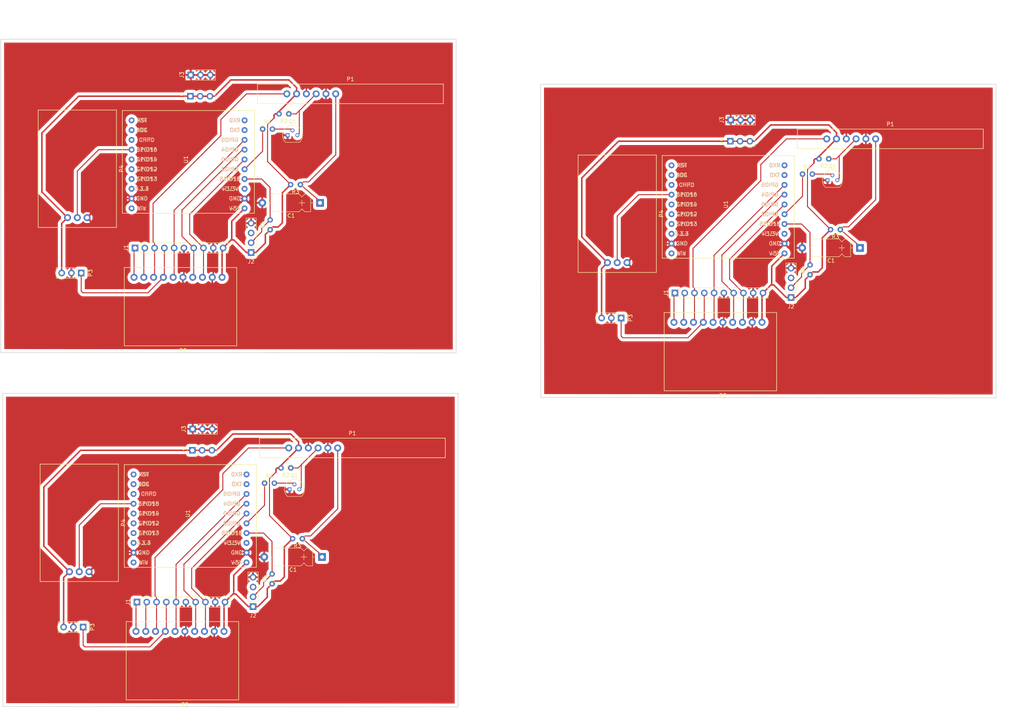
<source format=kicad_pcb>
(kicad_pcb (version 4) (host pcbnew 4.0.6)
  (title_block (title "Calidad del aire") (company Unloquer) (comment 1 "modulo sensado polvo, gases") (comment 2 "modulo gps"))
  (layers (0 F.Cu signal) (31 B.Cu signal) (34 B.Paste user) (35 F.Paste user) (36 B.SilkS user hide) (37 F.SilkS user) (38 B.Mask user) (39 F.Mask user) (44 Edge.Cuts user))
  (net 0 "")
  (net 1 /GND)
  (net 2 /gpio2)
  (net 3 /5V)
  (net 4 /A0)
  (net 5 /gpio4)
  (net 6 /gpio5)
  (net 7 /GPIO0)
  (net 8 /GPIO16)
  (net 9 /polvo_1)
  (net 10 "Net-(J1-Pad2)")
  (net 11 /P3)
  (net 12 "Net-(Q1-Pad2)")
  (net 13 "Net-(J1-Pad1)")
  (net 14 /gpio15)
  (net 15 /A1)
  (module Pin_Headers:Pin_Header_Straight_1x03_Pitch2.54mm (layer F.Cu) (at 207.7593 40.4241 90)
    (fp_text reference J3 (at 0 -2.33 90) (layer F.SilkS))
    (fp_text value GND)
    (pad 1 thru_hole rect (at 0 0 90) (size 1.7 1.7) (drill 1) (layers *.Cu *.Mask) (net 1 /GND))
    (pad 2 thru_hole oval (at 0 2.54 90) (size 1.7 1.7) (drill 1) (layers *.Cu *.Mask) (net 1 /GND))
    (pad 3 thru_hole oval (at 0 5.08 90) (size 1.7 1.7) (drill 1) (layers *.Cu *.Mask) (net 1 /GND))
  )
  (module Pin_Headers:Pin_Header_Straight_1x04_Pitch2.54mm (layer F.Cu) (at 223.4438 86.5251 180)
    (fp_text reference J2 (at 0 -2.33 180) (layer F.SilkS))
    (fp_text value DHT11)
    (pad 1 thru_hole rect (at 0 0 180) (size 1.7 1.7) (drill 1) (layers *.Cu *.Mask) (net 3 /5V))
    (pad 2 thru_hole oval (at 0 2.54 180) (size 1.7 1.7) (drill 1) (layers *.Cu *.Mask) (net 14 /gpio15))
    (pad 3 thru_hole oval (at 0 5.08 180) (size 1.7 1.7) (drill 1) (layers *.Cu *.Mask))
    (pad 4 thru_hole oval (at 0 7.62 180) (size 1.7 1.7) (drill 1) (layers *.Cu *.Mask) (net 1 /GND))
  )
  (module Pin_Headers:Pin_Header_Straight_1x10_Pitch2.54mm (layer F.Cu) (at 193.294 85.344 90)
    (fp_text reference J1 (at 0 -2.33 90) (layer F.SilkS))
    (fp_text value test_ADC)
    (pad 1 thru_hole rect (at 0 0 90) (size 1.7 1.7) (drill 1) (layers *.Cu *.Mask) (net 13 "Net-(J1-Pad1)"))
    (pad 2 thru_hole oval (at 0 2.54 90) (size 1.7 1.7) (drill 1) (layers *.Cu *.Mask) (net 10 "Net-(J1-Pad2)"))
    (pad 3 thru_hole oval (at 0 5.08 90) (size 1.7 1.7) (drill 1) (layers *.Cu *.Mask) (net 15 /A1))
    (pad 4 thru_hole oval (at 0 7.62 90) (size 1.7 1.7) (drill 1) (layers *.Cu *.Mask) (net 4 /A0))
    (pad 5 thru_hole oval (at 0 10.16 90) (size 1.7 1.7) (drill 1) (layers *.Cu *.Mask) (net 6 /gpio5))
    (pad 6 thru_hole oval (at 0 12.7 90) (size 1.7 1.7) (drill 1) (layers *.Cu *.Mask) (net 1 /GND))
    (pad 7 thru_hole oval (at 0 15.24 90) (size 1.7 1.7) (drill 1) (layers *.Cu *.Mask) (net 5 /gpio4))
    (pad 8 thru_hole oval (at 0 17.78 90) (size 1.7 1.7) (drill 1) (layers *.Cu *.Mask) (net 7 /GPIO0))
    (pad 9 thru_hole oval (at 0 20.32 90) (size 1.7 1.7) (drill 1) (layers *.Cu *.Mask) (net 1 /GND))
    (pad 10 thru_hole oval (at 0 22.86 90) (size 1.7 1.7) (drill 1) (layers *.Cu *.Mask) (net 3 /5V))
  )
  (module Resistors_ThroughHole:R_Axial_DIN0204_L3.6mm_D1.6mm_P2.54mm_Vertical (layer F.Cu) (at 228.3841 80.5942 90)
    (fp_text reference R4 (at 1.27 -1.86 90) (layer F.SilkS))
    (fp_text value R)
    (pad 1 thru_hole circle (at 0 0 90) (size 1.4 1.4) (drill 0.7) (layers *.Cu *.Mask) (net 3 /5V))
    (pad 2 thru_hole oval (at 2.54 0 90) (size 1.4 1.4) (drill 0.7) (layers *.Cu *.Mask) (net 14 /gpio15))
  )
  (module Resistors_ThroughHole:R_Axial_DIN0204_L3.6mm_D1.6mm_P2.54mm_Vertical (layer F.Cu) (at 236.2454 68.8848 180)
    (fp_text reference R3 (at 1.27 -1.86 180) (layer F.SilkS))
    (fp_text value R)
    (pad 1 thru_hole circle (at 0 0 180) (size 1.4 1.4) (drill 0.7) (layers *.Cu *.Mask) (net 9 /polvo_1))
    (pad 2 thru_hole oval (at 2.54 0 180) (size 1.4 1.4) (drill 0.7) (layers *.Cu *.Mask) (net 3 /5V))
  )
  (module Resistors_ThroughHole:R_Axial_DIN0204_L3.6mm_D1.6mm_P2.54mm_Vertical (layer F.Cu) (at 233.2355 50.5206 180)
    (fp_text reference R2 (at 1.27 -1.86 180) (layer F.SilkS))
    (fp_text value R)
    (pad 1 thru_hole circle (at 0 0 180) (size 1.4 1.4) (drill 0.7) (layers *.Cu *.Mask) (net 11 /P3))
    (pad 2 thru_hole oval (at 2.54 0 180) (size 1.4 1.4) (drill 0.7) (layers *.Cu *.Mask) (net 3 /5V))
  )
  (module Resistors_ThroughHole:R_Axial_DIN0204_L3.6mm_D1.6mm_P2.54mm_Vertical (layer F.Cu) (at 226.4283 54.4703)
    (fp_text reference R1 (at 1.27 -1.86) (layer F.SilkS))
    (fp_text value R)
    (pad 1 thru_hole circle (at 0 0) (size 1.4 1.4) (drill 0.7) (layers *.Cu *.Mask) (net 2 /gpio2))
    (pad 2 thru_hole oval (at 2.54 0) (size 1.4 1.4) (drill 0.7) (layers *.Cu *.Mask) (net 12 "Net-(Q1-Pad2)"))
  )
  (module TO_SOT_Packages_THT:TO-92_Molded_Narrow (layer F.Cu) (at 232.918 56.0705)
    (fp_text reference Q1 (at 1.27 -3.56) (layer F.SilkS))
    (fp_text value PN2222A)
    (pad 2 thru_hole circle (at 1.27 -1.27 90) (size 1 1) (drill 0.6) (layers *.Cu *.Mask) (net 12 "Net-(Q1-Pad2)"))
    (pad 3 thru_hole circle (at 2.54 0 90) (size 1 1) (drill 0.6) (layers *.Cu *.Mask) (net 11 /P3))
    (pad 1 thru_hole rect (at 0 0 90) (size 1 1) (drill 0.6) (layers *.Cu *.Mask) (net 1 /GND))
  )
  (module footprints_unloquer:gps (layer F.Cu) (at 178.308 64.77 90)
    (fp_text reference P4 (at 0 11.43 90) (layer F.SilkS))
    (fp_text value GPS)
    (pad 1 thru_hole circle (at -12.7 -2.54 90) (size 1.8 1.8) (drill 1) (layers *.Cu *.Mask) (net 3 /5V))
    (pad 2 thru_hole circle (at -12.7 0 90) (size 1.8 1.8) (drill 1) (layers *.Cu *.Mask) (net 8 /GPIO16))
    (pad 3 thru_hole circle (at -12.7 2.54 90) (size 1.8 1.8) (drill 1) (layers *.Cu *.Mask) (net 1 /GND))
  )
  (module Pin_Headers:Pin_Header_Straight_1x03_Pitch2.54mm (layer F.Cu) (at 179.324 91.8464 270)
    (fp_text reference P3 (at 0 -2.39 270) (layer F.SilkS))
    (fp_text value GAS)
    (pad 1 thru_hole rect (at 0 0 270) (size 1.7 1.7) (drill 1) (layers *.Cu *.Mask) (net 4 /A0))
    (pad 2 thru_hole oval (at 0 2.54 270) (size 1.7 1.7) (drill 1) (layers *.Cu *.Mask) (net 1 /GND))
    (pad 3 thru_hole oval (at 0 5.08 270) (size 1.7 1.7) (drill 1) (layers *.Cu *.Mask) (net 3 /5V))
  )
  (module footprints_unloquer:sensor_polvo (layer F.Cu) (at 249.2248 45.3263 180)
    (fp_text reference P1 (at 0 3.81 180) (layer F.SilkS))
    (fp_text value POLVO)
    (pad 6 thru_hole circle (at 16.51 0 180) (size 1.8 1.8) (drill 1) (layers *.Cu *.Mask) (net 15 /A1))
    (pad 5 thru_hole circle (at 13.97 0 180) (size 1.8 1.8) (drill 1) (layers *.Cu *.Mask) (net 3 /5V))
    (pad 4 thru_hole circle (at 11.43 0 180) (size 1.8 1.8) (drill 1) (layers *.Cu *.Mask) (net 1 /GND))
    (pad 3 thru_hole circle (at 8.89 0 180) (size 1.8 1.8) (drill 1) (layers *.Cu *.Mask) (net 11 /P3))
    (pad 2 thru_hole circle (at 6.35 0 180) (size 1.8 1.8) (drill 1) (layers *.Cu *.Mask) (net 1 /GND))
    (pad 1 thru_hole circle (at 3.81 0 180) (size 1.8 1.8) (drill 1) (layers *.Cu *.Mask) (net 9 /polvo_1))
  )
  (module Capacitors_ThroughHole:CP_Axial_L10.0mm_D4.5mm_P15.00mm_Horizontal (layer F.Cu) (at 241.3381 73.6346 180)
    (fp_text reference C1 (at 7.5 -3.31 180) (layer F.SilkS))
    (fp_text value CP)
    (pad 1 thru_hole rect (at 0 0 180) (size 2 2) (drill 1) (layers *.Cu *.Mask) (net 9 /polvo_1))
    (pad 2 thru_hole oval (at 15 0 180) (size 2 2) (drill 1) (layers *.Cu *.Mask) (net 1 /GND))
  )
  (module Pin_Headers:Pin_Header_Straight_1x03_Pitch2.54mm (layer F.Cu) (at 207.6704 45.9359 90)
    (fp_text reference J4 (at 0 -2.33 90) (layer F.SilkS))
    (fp_text value 5V)
    (pad 1 thru_hole rect (at 0 0 90) (size 1.7 1.7) (drill 1) (layers *.Cu *.Mask) (net 3 /5V))
    (pad 2 thru_hole oval (at 0 2.54 90) (size 1.7 1.7) (drill 1) (layers *.Cu *.Mask) (net 3 /5V))
    (pad 3 thru_hole oval (at 0 5.08 90) (size 1.7 1.7) (drill 1) (layers *.Cu *.Mask) (net 3 /5V))
  )
  (module unloqueMCU_ver01_footprint:UnloquerMCU_ver01_footprint (layer F.Cu) (at 203.962 62.357 270)
    (fp_text reference U1 (at 0 -2.54 270) (layer F.SilkS))
    (fp_text value UnloquerMCU_ver01)
    (fp_text user RXD (at -10.16 -15.24 360) (layer B.SilkS) (effects (justify mirror)))
    (fp_text user TXD (at -7.62 -15.24 360) (layer B.SilkS) (effects (justify mirror)))
    (fp_text user GPIO5 (at -5.08 -13.97 360) (layer B.SilkS) (effects (justify mirror)))
    (fp_text user GPIO4 (at -2.54 -13.97 360) (layer B.SilkS) (effects (justify mirror)))
    (fp_text user GPIO0 (at 0 -13.97 360) (layer B.SilkS) (effects (justify mirror)))
    (fp_text user GPIO2 (at 2.54 -13.97 360) (layer B.SilkS) (effects (justify mirror)))
    (fp_text user GPIO15 (at 5.08 -13.97 360) (layer B.SilkS) (effects (justify mirror)))
    (fp_text user +3.3V (at 7.62 -13.97 360) (layer B.SilkS) (effects (justify mirror)))
    (fp_text user GND (at 10.16 -15.24 360) (layer B.SilkS) (effects (justify mirror)))
    (fp_text user +5V (at 12.7 -15.24 360) (layer B.SilkS) (effects (justify mirror)))
    (fp_text user CHPD (at -5.08 7.62 360) (layer B.SilkS) (effects (justify mirror)))
    (fp_text user GPIO16 (at -2.54 7.62 360) (layer B.SilkS) (effects (justify mirror)))
    (fp_text user GPIO14 (at 0 7.62 360) (layer B.SilkS) (effects (justify mirror)))
    (fp_text user GPIO12 (at 2.54 7.62 360) (layer B.SilkS) (effects (justify mirror)))
    (fp_text user GPIO13 (at 5.08 7.62 360) (layer B.SilkS) (effects (justify mirror)))
    (fp_text user Vin (at 12.7 8.89 360) (layer B.SilkS) (effects (justify mirror)))
    (fp_text user GND (at 10.16 8.89 360) (layer B.SilkS) (effects (justify mirror)))
    (fp_text user ADC (at -7.62 8.89 360) (layer B.SilkS) (effects (justify mirror)))
    (fp_text user RST (at -10.16 8.89 360) (layer B.SilkS) (effects (justify mirror)))
    (fp_text user +3.3 (at 7.62 8.89 360) (layer B.SilkS) (effects (justify mirror)))
    (fp_text user GPIO14 (at 0 7.62 360) (layer F.SilkS))
    (fp_text user GPIO12 (at 2.54 7.62 360) (layer F.SilkS))
    (fp_text user +3.3 (at 7.62 8.89 360) (layer F.SilkS))
    (fp_text user GPIO13 (at 5.08 7.62 360) (layer F.SilkS))
    (fp_text user GPIO16 (at -2.54 7.62 360) (layer F.SilkS))
    (fp_text user CHPD (at -5.08 7.62 360) (layer F.SilkS))
    (fp_text user RST (at -10.16 8.89 360) (layer F.SilkS))
    (fp_text user ADC (at -7.62 8.89 360) (layer F.SilkS))
    (fp_text user GND (at 10.16 8.89 360) (layer F.SilkS))
    (fp_text user Vin (at 12.7 8.89 360) (layer F.SilkS))
    (fp_text user +5V (at 12.7 -15.24 360) (layer F.SilkS))
    (fp_text user GND (at 10.16 -15.24 360) (layer F.SilkS))
    (fp_text user TXD (at -7.62 -15.24 360) (layer F.SilkS))
    (fp_text user RXD (at -10.16 -15.24 360) (layer F.SilkS))
    (fp_text user GPIO5 (at -5.08 -13.97 360) (layer F.SilkS))
    (fp_text user GPIO4 (at -2.54 -13.97 360) (layer F.SilkS))
    (fp_text user GPIO15 (at 5.08 -13.97 360) (layer F.SilkS))
    (fp_text user +3.3V (at 7.62 -13.97 360) (layer F.SilkS))
    (fp_text user GPIO2 (at 2.54 -13.97 360) (layer F.SilkS))
    (fp_text user GPIO0 (at 0 -13.97 360) (layer F.SilkS))
    (pad 9 thru_hole circle (at -10.16 -17.78 270) (size 1.524 1.524) (drill 0.762) (layers *.Cu *.Mask))
    (pad 8 thru_hole circle (at -7.62 -17.78 270) (size 1.524 1.524) (drill 0.762) (layers *.Cu *.Mask))
    (pad 7 thru_hole circle (at -5.08 -17.78 270) (size 1.524 1.524) (drill 0.762) (layers *.Cu *.Mask) (net 6 /gpio5))
    (pad 6 thru_hole circle (at -2.54 -17.78 270) (size 1.524 1.524) (drill 0.762) (layers *.Cu *.Mask) (net 5 /gpio4))
    (pad 5 thru_hole circle (at 0 -17.78 270) (size 1.524 1.524) (drill 0.762) (layers *.Cu *.Mask) (net 7 /GPIO0))
    (pad 4 thru_hole circle (at 2.54 -17.78 270) (size 1.524 1.524) (drill 0.762) (layers *.Cu *.Mask) (net 2 /gpio2))
    (pad 3 thru_hole circle (at 5.08 -17.78 270) (size 1.524 1.524) (drill 0.762) (layers *.Cu *.Mask) (net 14 /gpio15))
    (pad 2 thru_hole circle (at 7.62 -17.78 270) (size 1.524 1.524) (drill 0.762) (layers *.Cu *.Mask))
    (pad 1 thru_hole circle (at 10.16 -17.78 270) (size 1.524 1.524) (drill 0.762) (layers *.Cu *.Mask) (net 1 /GND))
    (pad 0 thru_hole circle (at 12.7 -17.78 270) (size 1.524 1.524) (drill 0.762) (layers *.Cu *.Mask) (net 3 /5V))
    (pad 19 thru_hole circle (at -10.16 11.557 270) (size 1.524 1.524) (drill 0.762) (layers *.Cu *.Mask))
    (pad 18 thru_hole circle (at -7.62 11.557 270) (size 1.524 1.524) (drill 0.762) (layers *.Cu *.Mask))
    (pad 17 thru_hole circle (at -5.08 11.557 270) (size 1.524 1.524) (drill 0.762) (layers *.Cu *.Mask))
    (pad 16 thru_hole circle (at -2.54 11.557 270) (size 1.524 1.524) (drill 0.762) (layers *.Cu *.Mask) (net 8 /GPIO16))
    (pad 15 thru_hole circle (at 0 11.557 270) (size 1.524 1.524) (drill 0.762) (layers *.Cu *.Mask))
    (pad 14 thru_hole circle (at 2.54 11.557 270) (size 1.524 1.524) (drill 0.762) (layers *.Cu *.Mask))
    (pad 13 thru_hole circle (at 5.08 11.557 270) (size 1.524 1.524) (drill 0.762) (layers *.Cu *.Mask))
    (pad 12 thru_hole circle (at 7.62 11.557 270) (size 1.524 1.524) (drill 0.762) (layers *.Cu *.Mask))
    (pad 11 thru_hole circle (at 10.16 11.557 270) (size 1.524 1.524) (drill 0.762) (layers *.Cu *.Mask) (net 1 /GND))
    (pad 10 thru_hole circle (at 12.7 11.557 270) (size 1.524 1.524) (drill 0.762) (layers *.Cu *.Mask))
  )
  (module footprints_unloquer:ads1115 (layer F.Cu) (at 205.74 100.584)
    (fp_text reference P2 (at 0 11.43) (layer F.SilkS))
    (fp_text value ADC)
    (pad 1 thru_hole circle (at -12.7 -7.62) (size 1.8 1.8) (drill 1) (layers *.Cu *.Mask) (net 13 "Net-(J1-Pad1)"))
    (pad 2 thru_hole circle (at -10.16 -7.62) (size 1.8 1.8) (drill 1) (layers *.Cu *.Mask) (net 10 "Net-(J1-Pad2)"))
    (pad 3 thru_hole circle (at -7.62 -7.62) (size 1.8 1.8) (drill 1) (layers *.Cu *.Mask) (net 15 /A1))
    (pad 4 thru_hole circle (at -5.08 -7.62) (size 1.8 1.8) (drill 1) (layers *.Cu *.Mask) (net 4 /A0))
    (pad 5 thru_hole circle (at -2.54 -7.62) (size 1.8 1.8) (drill 1) (layers *.Cu *.Mask) (net 6 /gpio5))
    (pad 6 thru_hole circle (at 0 -7.62) (size 1.8 1.8) (drill 1) (layers *.Cu *.Mask) (net 1 /GND))
    (pad 7 thru_hole circle (at 2.54 -7.62) (size 1.8 1.8) (drill 1) (layers *.Cu *.Mask) (net 5 /gpio4))
    (pad 8 thru_hole circle (at 5.08 -7.62) (size 1.8 1.8) (drill 1) (layers *.Cu *.Mask) (net 7 /GPIO0))
    (pad 9 thru_hole circle (at 7.62 -7.62) (size 1.8 1.8) (drill 1) (layers *.Cu *.Mask) (net 1 /GND))
    (pad 10 thru_hole circle (at 10.16 -7.62) (size 1.8 1.8) (drill 1) (layers *.Cu *.Mask) (net 3 /5V))
  )
  (module Pin_Headers:Pin_Header_Straight_1x03_Pitch2.54mm (layer F.Cu) (at 68.0593 120.6881 90)
    (fp_text reference J3 (at 0 -2.33 90) (layer F.SilkS))
    (fp_text value GND)
    (pad 1 thru_hole rect (at 0 0 90) (size 1.7 1.7) (drill 1) (layers *.Cu *.Mask) (net 1 /GND))
    (pad 2 thru_hole oval (at 0 2.54 90) (size 1.7 1.7) (drill 1) (layers *.Cu *.Mask) (net 1 /GND))
    (pad 3 thru_hole oval (at 0 5.08 90) (size 1.7 1.7) (drill 1) (layers *.Cu *.Mask) (net 1 /GND))
  )
  (module Pin_Headers:Pin_Header_Straight_1x04_Pitch2.54mm (layer F.Cu) (at 83.7438 166.7891 180)
    (fp_text reference J2 (at 0 -2.33 180) (layer F.SilkS))
    (fp_text value DHT11)
    (pad 1 thru_hole rect (at 0 0 180) (size 1.7 1.7) (drill 1) (layers *.Cu *.Mask) (net 3 /5V))
    (pad 2 thru_hole oval (at 0 2.54 180) (size 1.7 1.7) (drill 1) (layers *.Cu *.Mask) (net 14 /gpio15))
    (pad 3 thru_hole oval (at 0 5.08 180) (size 1.7 1.7) (drill 1) (layers *.Cu *.Mask))
    (pad 4 thru_hole oval (at 0 7.62 180) (size 1.7 1.7) (drill 1) (layers *.Cu *.Mask) (net 1 /GND))
  )
  (module Pin_Headers:Pin_Header_Straight_1x10_Pitch2.54mm (layer F.Cu) (at 53.594 165.608 90)
    (fp_text reference J1 (at 0 -2.33 90) (layer F.SilkS))
    (fp_text value test_ADC)
    (pad 1 thru_hole rect (at 0 0 90) (size 1.7 1.7) (drill 1) (layers *.Cu *.Mask) (net 13 "Net-(J1-Pad1)"))
    (pad 2 thru_hole oval (at 0 2.54 90) (size 1.7 1.7) (drill 1) (layers *.Cu *.Mask) (net 10 "Net-(J1-Pad2)"))
    (pad 3 thru_hole oval (at 0 5.08 90) (size 1.7 1.7) (drill 1) (layers *.Cu *.Mask) (net 15 /A1))
    (pad 4 thru_hole oval (at 0 7.62 90) (size 1.7 1.7) (drill 1) (layers *.Cu *.Mask) (net 4 /A0))
    (pad 5 thru_hole oval (at 0 10.16 90) (size 1.7 1.7) (drill 1) (layers *.Cu *.Mask) (net 6 /gpio5))
    (pad 6 thru_hole oval (at 0 12.7 90) (size 1.7 1.7) (drill 1) (layers *.Cu *.Mask) (net 1 /GND))
    (pad 7 thru_hole oval (at 0 15.24 90) (size 1.7 1.7) (drill 1) (layers *.Cu *.Mask) (net 5 /gpio4))
    (pad 8 thru_hole oval (at 0 17.78 90) (size 1.7 1.7) (drill 1) (layers *.Cu *.Mask) (net 7 /GPIO0))
    (pad 9 thru_hole oval (at 0 20.32 90) (size 1.7 1.7) (drill 1) (layers *.Cu *.Mask) (net 1 /GND))
    (pad 10 thru_hole oval (at 0 22.86 90) (size 1.7 1.7) (drill 1) (layers *.Cu *.Mask) (net 3 /5V))
  )
  (module Resistors_ThroughHole:R_Axial_DIN0204_L3.6mm_D1.6mm_P2.54mm_Vertical (layer F.Cu) (at 88.6841 160.8582 90)
    (fp_text reference R4 (at 1.27 -1.86 90) (layer F.SilkS))
    (fp_text value R)
    (pad 1 thru_hole circle (at 0 0 90) (size 1.4 1.4) (drill 0.7) (layers *.Cu *.Mask) (net 3 /5V))
    (pad 2 thru_hole oval (at 2.54 0 90) (size 1.4 1.4) (drill 0.7) (layers *.Cu *.Mask) (net 14 /gpio15))
  )
  (module Resistors_ThroughHole:R_Axial_DIN0204_L3.6mm_D1.6mm_P2.54mm_Vertical (layer F.Cu) (at 96.5454 149.1488 180)
    (fp_text reference R3 (at 1.27 -1.86 180) (layer F.SilkS))
    (fp_text value R)
    (pad 1 thru_hole circle (at 0 0 180) (size 1.4 1.4) (drill 0.7) (layers *.Cu *.Mask) (net 9 /polvo_1))
    (pad 2 thru_hole oval (at 2.54 0 180) (size 1.4 1.4) (drill 0.7) (layers *.Cu *.Mask) (net 3 /5V))
  )
  (module Resistors_ThroughHole:R_Axial_DIN0204_L3.6mm_D1.6mm_P2.54mm_Vertical (layer F.Cu) (at 93.5355 130.7846 180)
    (fp_text reference R2 (at 1.27 -1.86 180) (layer F.SilkS))
    (fp_text value R)
    (pad 1 thru_hole circle (at 0 0 180) (size 1.4 1.4) (drill 0.7) (layers *.Cu *.Mask) (net 11 /P3))
    (pad 2 thru_hole oval (at 2.54 0 180) (size 1.4 1.4) (drill 0.7) (layers *.Cu *.Mask) (net 3 /5V))
  )
  (module Resistors_ThroughHole:R_Axial_DIN0204_L3.6mm_D1.6mm_P2.54mm_Vertical (layer F.Cu) (at 86.7283 134.7343)
    (fp_text reference R1 (at 1.27 -1.86) (layer F.SilkS))
    (fp_text value R)
    (pad 1 thru_hole circle (at 0 0) (size 1.4 1.4) (drill 0.7) (layers *.Cu *.Mask) (net 2 /gpio2))
    (pad 2 thru_hole oval (at 2.54 0) (size 1.4 1.4) (drill 0.7) (layers *.Cu *.Mask) (net 12 "Net-(Q1-Pad2)"))
  )
  (module TO_SOT_Packages_THT:TO-92_Molded_Narrow (layer F.Cu) (at 93.218 136.3345)
    (fp_text reference Q1 (at 1.27 -3.56) (layer F.SilkS))
    (fp_text value PN2222A)
    (pad 2 thru_hole circle (at 1.27 -1.27 90) (size 1 1) (drill 0.6) (layers *.Cu *.Mask) (net 12 "Net-(Q1-Pad2)"))
    (pad 3 thru_hole circle (at 2.54 0 90) (size 1 1) (drill 0.6) (layers *.Cu *.Mask) (net 11 /P3))
    (pad 1 thru_hole rect (at 0 0 90) (size 1 1) (drill 0.6) (layers *.Cu *.Mask) (net 1 /GND))
  )
  (module footprints_unloquer:gps (layer F.Cu) (at 38.608 145.034 90)
    (fp_text reference P4 (at 0 11.43 90) (layer F.SilkS))
    (fp_text value GPS)
    (pad 1 thru_hole circle (at -12.7 -2.54 90) (size 1.8 1.8) (drill 1) (layers *.Cu *.Mask) (net 3 /5V))
    (pad 2 thru_hole circle (at -12.7 0 90) (size 1.8 1.8) (drill 1) (layers *.Cu *.Mask) (net 8 /GPIO16))
    (pad 3 thru_hole circle (at -12.7 2.54 90) (size 1.8 1.8) (drill 1) (layers *.Cu *.Mask) (net 1 /GND))
  )
  (module Pin_Headers:Pin_Header_Straight_1x03_Pitch2.54mm (layer F.Cu) (at 39.624 172.1104 270)
    (fp_text reference P3 (at 0 -2.39 270) (layer F.SilkS))
    (fp_text value GAS)
    (pad 1 thru_hole rect (at 0 0 270) (size 1.7 1.7) (drill 1) (layers *.Cu *.Mask) (net 4 /A0))
    (pad 2 thru_hole oval (at 0 2.54 270) (size 1.7 1.7) (drill 1) (layers *.Cu *.Mask) (net 1 /GND))
    (pad 3 thru_hole oval (at 0 5.08 270) (size 1.7 1.7) (drill 1) (layers *.Cu *.Mask) (net 3 /5V))
  )
  (module footprints_unloquer:sensor_polvo (layer F.Cu) (at 109.5248 125.5903 180)
    (fp_text reference P1 (at 0 3.81 180) (layer F.SilkS))
    (fp_text value POLVO)
    (pad 6 thru_hole circle (at 16.51 0 180) (size 1.8 1.8) (drill 1) (layers *.Cu *.Mask) (net 15 /A1))
    (pad 5 thru_hole circle (at 13.97 0 180) (size 1.8 1.8) (drill 1) (layers *.Cu *.Mask) (net 3 /5V))
    (pad 4 thru_hole circle (at 11.43 0 180) (size 1.8 1.8) (drill 1) (layers *.Cu *.Mask) (net 1 /GND))
    (pad 3 thru_hole circle (at 8.89 0 180) (size 1.8 1.8) (drill 1) (layers *.Cu *.Mask) (net 11 /P3))
    (pad 2 thru_hole circle (at 6.35 0 180) (size 1.8 1.8) (drill 1) (layers *.Cu *.Mask) (net 1 /GND))
    (pad 1 thru_hole circle (at 3.81 0 180) (size 1.8 1.8) (drill 1) (layers *.Cu *.Mask) (net 9 /polvo_1))
  )
  (module Capacitors_ThroughHole:CP_Axial_L10.0mm_D4.5mm_P15.00mm_Horizontal (layer F.Cu) (at 101.6381 153.8986 180)
    (fp_text reference C1 (at 7.5 -3.31 180) (layer F.SilkS))
    (fp_text value CP)
    (pad 1 thru_hole rect (at 0 0 180) (size 2 2) (drill 1) (layers *.Cu *.Mask) (net 9 /polvo_1))
    (pad 2 thru_hole oval (at 15 0 180) (size 2 2) (drill 1) (layers *.Cu *.Mask) (net 1 /GND))
  )
  (module Pin_Headers:Pin_Header_Straight_1x03_Pitch2.54mm (layer F.Cu) (at 67.9704 126.1999 90)
    (fp_text reference J4 (at 0 -2.33 90) (layer F.SilkS))
    (fp_text value 5V)
    (pad 1 thru_hole rect (at 0 0 90) (size 1.7 1.7) (drill 1) (layers *.Cu *.Mask) (net 3 /5V))
    (pad 2 thru_hole oval (at 0 2.54 90) (size 1.7 1.7) (drill 1) (layers *.Cu *.Mask) (net 3 /5V))
    (pad 3 thru_hole oval (at 0 5.08 90) (size 1.7 1.7) (drill 1) (layers *.Cu *.Mask) (net 3 /5V))
  )
  (module unloqueMCU_ver01_footprint:UnloquerMCU_ver01_footprint (layer F.Cu) (at 64.262 142.621 270)
    (fp_text reference U1 (at 0 -2.54 270) (layer F.SilkS))
    (fp_text value UnloquerMCU_ver01)
    (fp_text user RXD (at -10.16 -15.24 360) (layer B.SilkS) (effects (justify mirror)))
    (fp_text user TXD (at -7.62 -15.24 360) (layer B.SilkS) (effects (justify mirror)))
    (fp_text user GPIO5 (at -5.08 -13.97 360) (layer B.SilkS) (effects (justify mirror)))
    (fp_text user GPIO4 (at -2.54 -13.97 360) (layer B.SilkS) (effects (justify mirror)))
    (fp_text user GPIO0 (at 0 -13.97 360) (layer B.SilkS) (effects (justify mirror)))
    (fp_text user GPIO2 (at 2.54 -13.97 360) (layer B.SilkS) (effects (justify mirror)))
    (fp_text user GPIO15 (at 5.08 -13.97 360) (layer B.SilkS) (effects (justify mirror)))
    (fp_text user +3.3V (at 7.62 -13.97 360) (layer B.SilkS) (effects (justify mirror)))
    (fp_text user GND (at 10.16 -15.24 360) (layer B.SilkS) (effects (justify mirror)))
    (fp_text user +5V (at 12.7 -15.24 360) (layer B.SilkS) (effects (justify mirror)))
    (fp_text user CHPD (at -5.08 7.62 360) (layer B.SilkS) (effects (justify mirror)))
    (fp_text user GPIO16 (at -2.54 7.62 360) (layer B.SilkS) (effects (justify mirror)))
    (fp_text user GPIO14 (at 0 7.62 360) (layer B.SilkS) (effects (justify mirror)))
    (fp_text user GPIO12 (at 2.54 7.62 360) (layer B.SilkS) (effects (justify mirror)))
    (fp_text user GPIO13 (at 5.08 7.62 360) (layer B.SilkS) (effects (justify mirror)))
    (fp_text user Vin (at 12.7 8.89 360) (layer B.SilkS) (effects (justify mirror)))
    (fp_text user GND (at 10.16 8.89 360) (layer B.SilkS) (effects (justify mirror)))
    (fp_text user ADC (at -7.62 8.89 360) (layer B.SilkS) (effects (justify mirror)))
    (fp_text user RST (at -10.16 8.89 360) (layer B.SilkS) (effects (justify mirror)))
    (fp_text user +3.3 (at 7.62 8.89 360) (layer B.SilkS) (effects (justify mirror)))
    (fp_text user GPIO14 (at 0 7.62 360) (layer F.SilkS))
    (fp_text user GPIO12 (at 2.54 7.62 360) (layer F.SilkS))
    (fp_text user +3.3 (at 7.62 8.89 360) (layer F.SilkS))
    (fp_text user GPIO13 (at 5.08 7.62 360) (layer F.SilkS))
    (fp_text user GPIO16 (at -2.54 7.62 360) (layer F.SilkS))
    (fp_text user CHPD (at -5.08 7.62 360) (layer F.SilkS))
    (fp_text user RST (at -10.16 8.89 360) (layer F.SilkS))
    (fp_text user ADC (at -7.62 8.89 360) (layer F.SilkS))
    (fp_text user GND (at 10.16 8.89 360) (layer F.SilkS))
    (fp_text user Vin (at 12.7 8.89 360) (layer F.SilkS))
    (fp_text user +5V (at 12.7 -15.24 360) (layer F.SilkS))
    (fp_text user GND (at 10.16 -15.24 360) (layer F.SilkS))
    (fp_text user TXD (at -7.62 -15.24 360) (layer F.SilkS))
    (fp_text user RXD (at -10.16 -15.24 360) (layer F.SilkS))
    (fp_text user GPIO5 (at -5.08 -13.97 360) (layer F.SilkS))
    (fp_text user GPIO4 (at -2.54 -13.97 360) (layer F.SilkS))
    (fp_text user GPIO15 (at 5.08 -13.97 360) (layer F.SilkS))
    (fp_text user +3.3V (at 7.62 -13.97 360) (layer F.SilkS))
    (fp_text user GPIO2 (at 2.54 -13.97 360) (layer F.SilkS))
    (fp_text user GPIO0 (at 0 -13.97 360) (layer F.SilkS))
    (pad 9 thru_hole circle (at -10.16 -17.78 270) (size 1.524 1.524) (drill 0.762) (layers *.Cu *.Mask))
    (pad 8 thru_hole circle (at -7.62 -17.78 270) (size 1.524 1.524) (drill 0.762) (layers *.Cu *.Mask))
    (pad 7 thru_hole circle (at -5.08 -17.78 270) (size 1.524 1.524) (drill 0.762) (layers *.Cu *.Mask) (net 6 /gpio5))
    (pad 6 thru_hole circle (at -2.54 -17.78 270) (size 1.524 1.524) (drill 0.762) (layers *.Cu *.Mask) (net 5 /gpio4))
    (pad 5 thru_hole circle (at 0 -17.78 270) (size 1.524 1.524) (drill 0.762) (layers *.Cu *.Mask) (net 7 /GPIO0))
    (pad 4 thru_hole circle (at 2.54 -17.78 270) (size 1.524 1.524) (drill 0.762) (layers *.Cu *.Mask) (net 2 /gpio2))
    (pad 3 thru_hole circle (at 5.08 -17.78 270) (size 1.524 1.524) (drill 0.762) (layers *.Cu *.Mask) (net 14 /gpio15))
    (pad 2 thru_hole circle (at 7.62 -17.78 270) (size 1.524 1.524) (drill 0.762) (layers *.Cu *.Mask))
    (pad 1 thru_hole circle (at 10.16 -17.78 270) (size 1.524 1.524) (drill 0.762) (layers *.Cu *.Mask) (net 1 /GND))
    (pad 0 thru_hole circle (at 12.7 -17.78 270) (size 1.524 1.524) (drill 0.762) (layers *.Cu *.Mask) (net 3 /5V))
    (pad 19 thru_hole circle (at -10.16 11.557 270) (size 1.524 1.524) (drill 0.762) (layers *.Cu *.Mask))
    (pad 18 thru_hole circle (at -7.62 11.557 270) (size 1.524 1.524) (drill 0.762) (layers *.Cu *.Mask))
    (pad 17 thru_hole circle (at -5.08 11.557 270) (size 1.524 1.524) (drill 0.762) (layers *.Cu *.Mask))
    (pad 16 thru_hole circle (at -2.54 11.557 270) (size 1.524 1.524) (drill 0.762) (layers *.Cu *.Mask) (net 8 /GPIO16))
    (pad 15 thru_hole circle (at 0 11.557 270) (size 1.524 1.524) (drill 0.762) (layers *.Cu *.Mask))
    (pad 14 thru_hole circle (at 2.54 11.557 270) (size 1.524 1.524) (drill 0.762) (layers *.Cu *.Mask))
    (pad 13 thru_hole circle (at 5.08 11.557 270) (size 1.524 1.524) (drill 0.762) (layers *.Cu *.Mask))
    (pad 12 thru_hole circle (at 7.62 11.557 270) (size 1.524 1.524) (drill 0.762) (layers *.Cu *.Mask))
    (pad 11 thru_hole circle (at 10.16 11.557 270) (size 1.524 1.524) (drill 0.762) (layers *.Cu *.Mask) (net 1 /GND))
    (pad 10 thru_hole circle (at 12.7 11.557 270) (size 1.524 1.524) (drill 0.762) (layers *.Cu *.Mask))
  )
  (module footprints_unloquer:ads1115 (layer F.Cu) (at 66.04 180.848)
    (fp_text reference P2 (at 0 11.43) (layer F.SilkS))
    (fp_text value ADC)
    (pad 1 thru_hole circle (at -12.7 -7.62) (size 1.8 1.8) (drill 1) (layers *.Cu *.Mask) (net 13 "Net-(J1-Pad1)"))
    (pad 2 thru_hole circle (at -10.16 -7.62) (size 1.8 1.8) (drill 1) (layers *.Cu *.Mask) (net 10 "Net-(J1-Pad2)"))
    (pad 3 thru_hole circle (at -7.62 -7.62) (size 1.8 1.8) (drill 1) (layers *.Cu *.Mask) (net 15 /A1))
    (pad 4 thru_hole circle (at -5.08 -7.62) (size 1.8 1.8) (drill 1) (layers *.Cu *.Mask) (net 4 /A0))
    (pad 5 thru_hole circle (at -2.54 -7.62) (size 1.8 1.8) (drill 1) (layers *.Cu *.Mask) (net 6 /gpio5))
    (pad 6 thru_hole circle (at 0 -7.62) (size 1.8 1.8) (drill 1) (layers *.Cu *.Mask) (net 1 /GND))
    (pad 7 thru_hole circle (at 2.54 -7.62) (size 1.8 1.8) (drill 1) (layers *.Cu *.Mask) (net 5 /gpio4))
    (pad 8 thru_hole circle (at 5.08 -7.62) (size 1.8 1.8) (drill 1) (layers *.Cu *.Mask) (net 7 /GPIO0))
    (pad 9 thru_hole circle (at 7.62 -7.62) (size 1.8 1.8) (drill 1) (layers *.Cu *.Mask) (net 1 /GND))
    (pad 10 thru_hole circle (at 10.16 -7.62) (size 1.8 1.8) (drill 1) (layers *.Cu *.Mask) (net 3 /5V))
  )
  (module footprints_unloquer:ads1115 (layer F.Cu) (at 65.532 88.9)
    (fp_text reference P2 (at 0 11.43) (layer F.SilkS))
    (fp_text value ADC)
    (pad 1 thru_hole circle (at -12.7 -7.62) (size 1.8 1.8) (drill 1) (layers *.Cu *.Mask) (net 13 "Net-(J1-Pad1)"))
    (pad 2 thru_hole circle (at -10.16 -7.62) (size 1.8 1.8) (drill 1) (layers *.Cu *.Mask) (net 10 "Net-(J1-Pad2)"))
    (pad 3 thru_hole circle (at -7.62 -7.62) (size 1.8 1.8) (drill 1) (layers *.Cu *.Mask) (net 15 /A1))
    (pad 4 thru_hole circle (at -5.08 -7.62) (size 1.8 1.8) (drill 1) (layers *.Cu *.Mask) (net 4 /A0))
    (pad 5 thru_hole circle (at -2.54 -7.62) (size 1.8 1.8) (drill 1) (layers *.Cu *.Mask) (net 6 /gpio5))
    (pad 6 thru_hole circle (at 0 -7.62) (size 1.8 1.8) (drill 1) (layers *.Cu *.Mask) (net 1 /GND))
    (pad 7 thru_hole circle (at 2.54 -7.62) (size 1.8 1.8) (drill 1) (layers *.Cu *.Mask) (net 5 /gpio4))
    (pad 8 thru_hole circle (at 5.08 -7.62) (size 1.8 1.8) (drill 1) (layers *.Cu *.Mask) (net 7 /GPIO0))
    (pad 9 thru_hole circle (at 7.62 -7.62) (size 1.8 1.8) (drill 1) (layers *.Cu *.Mask) (net 1 /GND))
    (pad 10 thru_hole circle (at 10.16 -7.62) (size 1.8 1.8) (drill 1) (layers *.Cu *.Mask) (net 3 /5V))
  )
  (module unloqueMCU_ver01_footprint:UnloquerMCU_ver01_footprint (layer F.Cu) (at 63.754 50.673 270)
    (fp_text reference U1 (at 0 -2.54 270) (layer F.SilkS))
    (fp_text value UnloquerMCU_ver01)
    (fp_text user RXD (at -10.16 -15.24 360) (layer B.SilkS) (effects (justify mirror)))
    (fp_text user TXD (at -7.62 -15.24 360) (layer B.SilkS) (effects (justify mirror)))
    (fp_text user GPIO5 (at -5.08 -13.97 360) (layer B.SilkS) (effects (justify mirror)))
    (fp_text user GPIO4 (at -2.54 -13.97 360) (layer B.SilkS) (effects (justify mirror)))
    (fp_text user GPIO0 (at 0 -13.97 360) (layer B.SilkS) (effects (justify mirror)))
    (fp_text user GPIO2 (at 2.54 -13.97 360) (layer B.SilkS) (effects (justify mirror)))
    (fp_text user GPIO15 (at 5.08 -13.97 360) (layer B.SilkS) (effects (justify mirror)))
    (fp_text user +3.3V (at 7.62 -13.97 360) (layer B.SilkS) (effects (justify mirror)))
    (fp_text user GND (at 10.16 -15.24 360) (layer B.SilkS) (effects (justify mirror)))
    (fp_text user +5V (at 12.7 -15.24 360) (layer B.SilkS) (effects (justify mirror)))
    (fp_text user CHPD (at -5.08 7.62 360) (layer B.SilkS) (effects (justify mirror)))
    (fp_text user GPIO16 (at -2.54 7.62 360) (layer B.SilkS) (effects (justify mirror)))
    (fp_text user GPIO14 (at 0 7.62 360) (layer B.SilkS) (effects (justify mirror)))
    (fp_text user GPIO12 (at 2.54 7.62 360) (layer B.SilkS) (effects (justify mirror)))
    (fp_text user GPIO13 (at 5.08 7.62 360) (layer B.SilkS) (effects (justify mirror)))
    (fp_text user Vin (at 12.7 8.89 360) (layer B.SilkS) (effects (justify mirror)))
    (fp_text user GND (at 10.16 8.89 360) (layer B.SilkS) (effects (justify mirror)))
    (fp_text user ADC (at -7.62 8.89 360) (layer B.SilkS) (effects (justify mirror)))
    (fp_text user RST (at -10.16 8.89 360) (layer B.SilkS) (effects (justify mirror)))
    (fp_text user +3.3 (at 7.62 8.89 360) (layer B.SilkS) (effects (justify mirror)))
    (fp_text user GPIO14 (at 0 7.62 360) (layer F.SilkS))
    (fp_text user GPIO12 (at 2.54 7.62 360) (layer F.SilkS))
    (fp_text user +3.3 (at 7.62 8.89 360) (layer F.SilkS))
    (fp_text user GPIO13 (at 5.08 7.62 360) (layer F.SilkS))
    (fp_text user GPIO16 (at -2.54 7.62 360) (layer F.SilkS))
    (fp_text user CHPD (at -5.08 7.62 360) (layer F.SilkS))
    (fp_text user RST (at -10.16 8.89 360) (layer F.SilkS))
    (fp_text user ADC (at -7.62 8.89 360) (layer F.SilkS))
    (fp_text user GND (at 10.16 8.89 360) (layer F.SilkS))
    (fp_text user Vin (at 12.7 8.89 360) (layer F.SilkS))
    (fp_text user +5V (at 12.7 -15.24 360) (layer F.SilkS))
    (fp_text user GND (at 10.16 -15.24 360) (layer F.SilkS))
    (fp_text user TXD (at -7.62 -15.24 360) (layer F.SilkS))
    (fp_text user RXD (at -10.16 -15.24 360) (layer F.SilkS))
    (fp_text user GPIO5 (at -5.08 -13.97 360) (layer F.SilkS))
    (fp_text user GPIO4 (at -2.54 -13.97 360) (layer F.SilkS))
    (fp_text user GPIO15 (at 5.08 -13.97 360) (layer F.SilkS))
    (fp_text user +3.3V (at 7.62 -13.97 360) (layer F.SilkS))
    (fp_text user GPIO2 (at 2.54 -13.97 360) (layer F.SilkS))
    (fp_text user GPIO0 (at 0 -13.97 360) (layer F.SilkS))
    (pad 9 thru_hole circle (at -10.16 -17.78 270) (size 1.524 1.524) (drill 0.762) (layers *.Cu *.Mask))
    (pad 8 thru_hole circle (at -7.62 -17.78 270) (size 1.524 1.524) (drill 0.762) (layers *.Cu *.Mask))
    (pad 7 thru_hole circle (at -5.08 -17.78 270) (size 1.524 1.524) (drill 0.762) (layers *.Cu *.Mask) (net 6 /gpio5))
    (pad 6 thru_hole circle (at -2.54 -17.78 270) (size 1.524 1.524) (drill 0.762) (layers *.Cu *.Mask) (net 5 /gpio4))
    (pad 5 thru_hole circle (at 0 -17.78 270) (size 1.524 1.524) (drill 0.762) (layers *.Cu *.Mask) (net 7 /GPIO0))
    (pad 4 thru_hole circle (at 2.54 -17.78 270) (size 1.524 1.524) (drill 0.762) (layers *.Cu *.Mask) (net 2 /gpio2))
    (pad 3 thru_hole circle (at 5.08 -17.78 270) (size 1.524 1.524) (drill 0.762) (layers *.Cu *.Mask) (net 14 /gpio15))
    (pad 2 thru_hole circle (at 7.62 -17.78 270) (size 1.524 1.524) (drill 0.762) (layers *.Cu *.Mask))
    (pad 1 thru_hole circle (at 10.16 -17.78 270) (size 1.524 1.524) (drill 0.762) (layers *.Cu *.Mask) (net 1 /GND))
    (pad 0 thru_hole circle (at 12.7 -17.78 270) (size 1.524 1.524) (drill 0.762) (layers *.Cu *.Mask) (net 3 /5V))
    (pad 19 thru_hole circle (at -10.16 11.557 270) (size 1.524 1.524) (drill 0.762) (layers *.Cu *.Mask))
    (pad 18 thru_hole circle (at -7.62 11.557 270) (size 1.524 1.524) (drill 0.762) (layers *.Cu *.Mask))
    (pad 17 thru_hole circle (at -5.08 11.557 270) (size 1.524 1.524) (drill 0.762) (layers *.Cu *.Mask))
    (pad 16 thru_hole circle (at -2.54 11.557 270) (size 1.524 1.524) (drill 0.762) (layers *.Cu *.Mask) (net 8 /GPIO16))
    (pad 15 thru_hole circle (at 0 11.557 270) (size 1.524 1.524) (drill 0.762) (layers *.Cu *.Mask))
    (pad 14 thru_hole circle (at 2.54 11.557 270) (size 1.524 1.524) (drill 0.762) (layers *.Cu *.Mask))
    (pad 13 thru_hole circle (at 5.08 11.557 270) (size 1.524 1.524) (drill 0.762) (layers *.Cu *.Mask))
    (pad 12 thru_hole circle (at 7.62 11.557 270) (size 1.524 1.524) (drill 0.762) (layers *.Cu *.Mask))
    (pad 11 thru_hole circle (at 10.16 11.557 270) (size 1.524 1.524) (drill 0.762) (layers *.Cu *.Mask) (net 1 /GND))
    (pad 10 thru_hole circle (at 12.7 11.557 270) (size 1.524 1.524) (drill 0.762) (layers *.Cu *.Mask))
  )
  (module Pin_Headers:Pin_Header_Straight_1x03_Pitch2.54mm (layer F.Cu) (at 67.4624 34.2519 90)
    (fp_text reference J4 (at 0 -2.33 90) (layer F.SilkS))
    (fp_text value 5V)
    (pad 1 thru_hole rect (at 0 0 90) (size 1.7 1.7) (drill 1) (layers *.Cu *.Mask) (net 3 /5V))
    (pad 2 thru_hole oval (at 0 2.54 90) (size 1.7 1.7) (drill 1) (layers *.Cu *.Mask) (net 3 /5V))
    (pad 3 thru_hole oval (at 0 5.08 90) (size 1.7 1.7) (drill 1) (layers *.Cu *.Mask) (net 3 /5V))
  )
  (module Capacitors_ThroughHole:CP_Axial_L10.0mm_D4.5mm_P15.00mm_Horizontal (layer F.Cu) (at 101.1301 61.9506 180)
    (fp_text reference C1 (at 7.5 -3.31 180) (layer F.SilkS))
    (fp_text value CP)
    (pad 1 thru_hole rect (at 0 0 180) (size 2 2) (drill 1) (layers *.Cu *.Mask) (net 9 /polvo_1))
    (pad 2 thru_hole oval (at 15 0 180) (size 2 2) (drill 1) (layers *.Cu *.Mask) (net 1 /GND))
  )
  (module footprints_unloquer:sensor_polvo (layer F.Cu) (at 109.0168 33.6423 180)
    (fp_text reference P1 (at 0 3.81 180) (layer F.SilkS))
    (fp_text value POLVO)
    (pad 6 thru_hole circle (at 16.51 0 180) (size 1.8 1.8) (drill 1) (layers *.Cu *.Mask) (net 15 /A1))
    (pad 5 thru_hole circle (at 13.97 0 180) (size 1.8 1.8) (drill 1) (layers *.Cu *.Mask) (net 3 /5V))
    (pad 4 thru_hole circle (at 11.43 0 180) (size 1.8 1.8) (drill 1) (layers *.Cu *.Mask) (net 1 /GND))
    (pad 3 thru_hole circle (at 8.89 0 180) (size 1.8 1.8) (drill 1) (layers *.Cu *.Mask) (net 11 /P3))
    (pad 2 thru_hole circle (at 6.35 0 180) (size 1.8 1.8) (drill 1) (layers *.Cu *.Mask) (net 1 /GND))
    (pad 1 thru_hole circle (at 3.81 0 180) (size 1.8 1.8) (drill 1) (layers *.Cu *.Mask) (net 9 /polvo_1))
  )
  (module Pin_Headers:Pin_Header_Straight_1x03_Pitch2.54mm (layer F.Cu) (at 39.116 80.1624 270)
    (fp_text reference P3 (at 0 -2.39 270) (layer F.SilkS))
    (fp_text value GAS)
    (pad 1 thru_hole rect (at 0 0 270) (size 1.7 1.7) (drill 1) (layers *.Cu *.Mask) (net 4 /A0))
    (pad 2 thru_hole oval (at 0 2.54 270) (size 1.7 1.7) (drill 1) (layers *.Cu *.Mask) (net 1 /GND))
    (pad 3 thru_hole oval (at 0 5.08 270) (size 1.7 1.7) (drill 1) (layers *.Cu *.Mask) (net 3 /5V))
  )
  (module footprints_unloquer:gps (layer F.Cu) (at 38.1 53.086 90)
    (fp_text reference P4 (at 0 11.43 90) (layer F.SilkS))
    (fp_text value GPS)
    (pad 1 thru_hole circle (at -12.7 -2.54 90) (size 1.8 1.8) (drill 1) (layers *.Cu *.Mask) (net 3 /5V))
    (pad 2 thru_hole circle (at -12.7 0 90) (size 1.8 1.8) (drill 1) (layers *.Cu *.Mask) (net 8 /GPIO16))
    (pad 3 thru_hole circle (at -12.7 2.54 90) (size 1.8 1.8) (drill 1) (layers *.Cu *.Mask) (net 1 /GND))
  )
  (module TO_SOT_Packages_THT:TO-92_Molded_Narrow (layer F.Cu) (at 92.71 44.3865)
    (fp_text reference Q1 (at 1.27 -3.56) (layer F.SilkS))
    (fp_text value PN2222A)
    (pad 2 thru_hole circle (at 1.27 -1.27 90) (size 1 1) (drill 0.6) (layers *.Cu *.Mask) (net 12 "Net-(Q1-Pad2)"))
    (pad 3 thru_hole circle (at 2.54 0 90) (size 1 1) (drill 0.6) (layers *.Cu *.Mask) (net 11 /P3))
    (pad 1 thru_hole rect (at 0 0 90) (size 1 1) (drill 0.6) (layers *.Cu *.Mask) (net 1 /GND))
  )
  (module Resistors_ThroughHole:R_Axial_DIN0204_L3.6mm_D1.6mm_P2.54mm_Vertical (layer F.Cu) (at 86.2203 42.7863)
    (fp_text reference R1 (at 1.27 -1.86) (layer F.SilkS))
    (fp_text value R)
    (pad 1 thru_hole circle (at 0 0) (size 1.4 1.4) (drill 0.7) (layers *.Cu *.Mask) (net 2 /gpio2))
    (pad 2 thru_hole oval (at 2.54 0) (size 1.4 1.4) (drill 0.7) (layers *.Cu *.Mask) (net 12 "Net-(Q1-Pad2)"))
  )
  (module Resistors_ThroughHole:R_Axial_DIN0204_L3.6mm_D1.6mm_P2.54mm_Vertical (layer F.Cu) (at 93.0275 38.8366 180)
    (fp_text reference R2 (at 1.27 -1.86 180) (layer F.SilkS))
    (fp_text value R)
    (pad 1 thru_hole circle (at 0 0 180) (size 1.4 1.4) (drill 0.7) (layers *.Cu *.Mask) (net 11 /P3))
    (pad 2 thru_hole oval (at 2.54 0 180) (size 1.4 1.4) (drill 0.7) (layers *.Cu *.Mask) (net 3 /5V))
  )
  (module Resistors_ThroughHole:R_Axial_DIN0204_L3.6mm_D1.6mm_P2.54mm_Vertical (layer F.Cu) (at 96.0374 57.2008 180)
    (fp_text reference R3 (at 1.27 -1.86 180) (layer F.SilkS))
    (fp_text value R)
    (pad 1 thru_hole circle (at 0 0 180) (size 1.4 1.4) (drill 0.7) (layers *.Cu *.Mask) (net 9 /polvo_1))
    (pad 2 thru_hole oval (at 2.54 0 180) (size 1.4 1.4) (drill 0.7) (layers *.Cu *.Mask) (net 3 /5V))
  )
  (module Resistors_ThroughHole:R_Axial_DIN0204_L3.6mm_D1.6mm_P2.54mm_Vertical (layer F.Cu) (at 88.1761 68.9102 90)
    (fp_text reference R4 (at 1.27 -1.86 90) (layer F.SilkS))
    (fp_text value R)
    (pad 1 thru_hole circle (at 0 0 90) (size 1.4 1.4) (drill 0.7) (layers *.Cu *.Mask) (net 3 /5V))
    (pad 2 thru_hole oval (at 2.54 0 90) (size 1.4 1.4) (drill 0.7) (layers *.Cu *.Mask) (net 14 /gpio15))
  )
  (module Pin_Headers:Pin_Header_Straight_1x10_Pitch2.54mm (layer F.Cu) (at 53.086 73.66 90)
    (fp_text reference J1 (at 0 -2.33 90) (layer F.SilkS))
    (fp_text value test_ADC)
    (pad 1 thru_hole rect (at 0 0 90) (size 1.7 1.7) (drill 1) (layers *.Cu *.Mask) (net 13 "Net-(J1-Pad1)"))
    (pad 2 thru_hole oval (at 0 2.54 90) (size 1.7 1.7) (drill 1) (layers *.Cu *.Mask) (net 10 "Net-(J1-Pad2)"))
    (pad 3 thru_hole oval (at 0 5.08 90) (size 1.7 1.7) (drill 1) (layers *.Cu *.Mask) (net 15 /A1))
    (pad 4 thru_hole oval (at 0 7.62 90) (size 1.7 1.7) (drill 1) (layers *.Cu *.Mask) (net 4 /A0))
    (pad 5 thru_hole oval (at 0 10.16 90) (size 1.7 1.7) (drill 1) (layers *.Cu *.Mask) (net 6 /gpio5))
    (pad 6 thru_hole oval (at 0 12.7 90) (size 1.7 1.7) (drill 1) (layers *.Cu *.Mask) (net 1 /GND))
    (pad 7 thru_hole oval (at 0 15.24 90) (size 1.7 1.7) (drill 1) (layers *.Cu *.Mask) (net 5 /gpio4))
    (pad 8 thru_hole oval (at 0 17.78 90) (size 1.7 1.7) (drill 1) (layers *.Cu *.Mask) (net 7 /GPIO0))
    (pad 9 thru_hole oval (at 0 20.32 90) (size 1.7 1.7) (drill 1) (layers *.Cu *.Mask) (net 1 /GND))
    (pad 10 thru_hole oval (at 0 22.86 90) (size 1.7 1.7) (drill 1) (layers *.Cu *.Mask) (net 3 /5V))
  )
  (module Pin_Headers:Pin_Header_Straight_1x04_Pitch2.54mm (layer F.Cu) (at 83.2358 74.8411 180)
    (fp_text reference J2 (at 0 -2.33 180) (layer F.SilkS))
    (fp_text value DHT11)
    (pad 1 thru_hole rect (at 0 0 180) (size 1.7 1.7) (drill 1) (layers *.Cu *.Mask) (net 3 /5V))
    (pad 2 thru_hole oval (at 0 2.54 180) (size 1.7 1.7) (drill 1) (layers *.Cu *.Mask) (net 14 /gpio15))
    (pad 3 thru_hole oval (at 0 5.08 180) (size 1.7 1.7) (drill 1) (layers *.Cu *.Mask))
    (pad 4 thru_hole oval (at 0 7.62 180) (size 1.7 1.7) (drill 1) (layers *.Cu *.Mask) (net 1 /GND))
  )
  (module Pin_Headers:Pin_Header_Straight_1x03_Pitch2.54mm (layer F.Cu) (at 67.5513 28.7401 90)
    (fp_text reference J3 (at 0 -2.33 90) (layer F.SilkS))
    (fp_text value GND)
    (pad 1 thru_hole rect (at 0 0 90) (size 1.7 1.7) (drill 1) (layers *.Cu *.Mask) (net 1 /GND))
    (pad 2 thru_hole oval (at 0 2.54 90) (size 1.7 1.7) (drill 1) (layers *.Cu *.Mask) (net 1 /GND))
    (pad 3 thru_hole oval (at 0 5.08 90) (size 1.7 1.7) (drill 1) (layers *.Cu *.Mask) (net 1 /GND))
  )
  (gr_line (start 276.6822 31.1404) (end 276.6822 112.5728) (layer Edge.Cuts) (width 0.15))
  (gr_line (start 276.6822 112.5728) (end 158.4579 112.4712) (layer Edge.Cuts) (width 0.15))
  (gr_line (start 158.4579 112.4712) (end 158.4198 31.1404) (layer Edge.Cuts) (width 0.15))
  (gr_line (start 158.4198 31.1404) (end 276.6822 31.1404) (layer Edge.Cuts) (width 0.15))
  (gr_line (start 136.9822 111.4044) (end 136.9822 192.8368) (layer Edge.Cuts) (width 0.15))
  (gr_line (start 136.9822 192.8368) (end 18.7579 192.7352) (layer Edge.Cuts) (width 0.15))
  (gr_line (start 18.7579 192.7352) (end 18.7198 111.4044) (layer Edge.Cuts) (width 0.15))
  (gr_line (start 18.7198 111.4044) (end 136.9822 111.4044) (layer Edge.Cuts) (width 0.15))
  (gr_line (start 18.2118 19.4564) (end 136.4742 19.4564) (layer Edge.Cuts) (width 0.15))
  (gr_line (start 18.2499 100.7872) (end 18.2118 19.4564) (layer Edge.Cuts) (width 0.15))
  (gr_line (start 136.4742 100.8888) (end 18.2499 100.7872) (layer Edge.Cuts) (width 0.15))
  (gr_line (start 136.4742 19.4564) (end 136.4742 100.8888) (layer Edge.Cuts) (width 0.15))
  (segment (start 207.7593 40.4241) (end 210.2993 40.4241) (width 0.381) (layer F.Cu) (net 1))
  (segment (start 212.8393 40.4241) (end 210.2993 40.4241) (width 0.381) (layer F.Cu) (net 1))
  (segment (start 213.36 95.504) (end 213.36 92.964) (width 0.381) (layer F.Cu) (net 1))
  (segment (start 212.09 96.774) (end 213.36 95.504) (width 0.381) (layer F.Cu) (net 1))
  (segment (start 207.264 96.774) (end 212.09 96.774) (width 0.381) (layer F.Cu) (net 1))
  (segment (start 205.74 95.25) (end 207.264 96.774) (width 0.381) (layer F.Cu) (net 1))
  (segment (start 205.74 92.964) (end 205.74 95.25) (width 0.381) (layer F.Cu) (net 1))
  (segment (start 205.994 92.71) (end 205.74 92.964) (width 0.381) (layer F.Cu) (net 1))
  (segment (start 205.994 85.344) (end 205.994 92.71) (width 0.381) (layer F.Cu) (net 1))
  (segment (start 213.614 92.71) (end 213.36 92.964) (width 0.381) (layer F.Cu) (net 1))
  (segment (start 213.614 85.344) (end 213.614 92.71) (width 0.381) (layer F.Cu) (net 1))
  (segment (start 185.801 72.517) (end 180.848 77.47) (width 0.381) (layer F.Cu) (net 1))
  (segment (start 192.405 72.517) (end 185.801 72.517) (width 0.381) (layer F.Cu) (net 1))
  (segment (start 220.66437 72.517) (end 220.46117 72.3138) (width 0.381) (layer F.Cu) (net 1))
  (segment (start 221.742 72.517) (end 220.66437 72.517) (width 0.381) (layer F.Cu) (net 1))
  (segment (start 220.46117 72.3138) (end 216.9287 72.3138) (width 0.381) (layer F.Cu) (net 1))
  (segment (start 216.9287 72.3138) (end 213.487 75.7555) (width 0.381) (layer F.Cu) (net 1))
  (segment (start 213.614 75.8825) (end 213.614 85.344) (width 0.381) (layer F.Cu) (net 1))
  (segment (start 213.487 75.7555) (end 213.614 75.8825) (width 0.381) (layer F.Cu) (net 1))
  (segment (start 247.2817 35.9791) (end 242.8748 40.386) (width 0.381) (layer F.Cu) (net 1))
  (segment (start 253.7841 35.9791) (end 247.2817 35.9791) (width 0.381) (layer F.Cu) (net 1))
  (segment (start 256.5781 38.7731) (end 253.7841 35.9791) (width 0.381) (layer F.Cu) (net 1))
  (segment (start 256.5781 79.7814) (end 256.5781 38.7731) (width 0.381) (layer F.Cu) (net 1))
  (segment (start 239.8014 96.5581) (end 256.5781 79.7814) (width 0.381) (layer F.Cu) (net 1))
  (segment (start 214.4014 96.5581) (end 239.8014 96.5581) (width 0.381) (layer F.Cu) (net 1))
  (segment (start 213.36 95.5167) (end 214.4014 96.5581) (width 0.381) (layer F.Cu) (net 1))
  (segment (start 213.36 95.504) (end 213.36 95.5167) (width 0.381) (layer F.Cu) (net 1))
  (segment (start 242.8748 40.386) (end 240.3983 40.386) (width 0.381) (layer F.Cu) (net 1))
  (segment (start 240.3983 40.386) (end 240.2586 40.5257) (width 0.381) (layer F.Cu) (net 1))
  (segment (start 240.2586 40.5257) (end 240.2586 40.6654) (width 0.381) (layer F.Cu) (net 1))
  (segment (start 240.2586 40.6654) (end 238.8362 42.0878) (width 0.381) (layer F.Cu) (net 1))
  (segment (start 238.8362 42.0878) (end 238.3028 42.0878) (width 0.381) (layer F.Cu) (net 1))
  (segment (start 237.7948 42.5958) (end 237.7948 45.3263) (width 0.381) (layer F.Cu) (net 1))
  (segment (start 238.3028 42.0878) (end 237.7948 42.5958) (width 0.381) (layer F.Cu) (net 1))
  (segment (start 242.8748 45.3263) (end 242.8748 53.721) (width 0.381) (layer F.Cu) (net 1))
  (segment (start 242.8748 53.721) (end 236.9185 59.6773) (width 0.381) (layer F.Cu) (net 1))
  (segment (start 236.9185 59.6773) (end 233.68 59.6773) (width 0.381) (layer F.Cu) (net 1))
  (segment (start 232.918 58.9153) (end 232.918 56.0705) (width 0.381) (layer F.Cu) (net 1))
  (segment (start 233.68 59.6773) (end 232.918 58.9153) (width 0.381) (layer F.Cu) (net 1))
  (segment (start 242.443 40.9194) (end 242.8748 40.9194) (width 0.381) (layer F.Cu) (net 1))
  (segment (start 239.4204 37.8968) (end 242.443 40.9194) (width 0.381) (layer F.Cu) (net 1))
  (segment (start 232.8418 37.8968) (end 239.4204 37.8968) (width 0.381) (layer F.Cu) (net 1))
  (segment (start 232.5751 37.6301) (end 232.8418 37.8968) (width 0.381) (layer F.Cu) (net 1))
  (segment (start 214.0458 37.6301) (end 232.5751 37.6301) (width 0.381) (layer F.Cu) (net 1))
  (segment (start 212.8393 38.8366) (end 214.0458 37.6301) (width 0.381) (layer F.Cu) (net 1))
  (segment (start 212.8393 40.4241) (end 212.8393 38.8366) (width 0.381) (layer F.Cu) (net 1))
  (segment (start 242.8748 40.9194) (end 242.8748 45.3263) (width 0.381) (layer F.Cu) (net 1))
  (segment (start 242.8748 40.386) (end 242.8748 40.9194) (width 0.381) (layer F.Cu) (net 1))
  (segment (start 68.0593 120.6881) (end 70.5993 120.6881) (width 0.381) (layer F.Cu) (net 1))
  (segment (start 73.1393 120.6881) (end 70.5993 120.6881) (width 0.381) (layer F.Cu) (net 1))
  (segment (start 73.66 175.768) (end 73.66 173.228) (width 0.381) (layer F.Cu) (net 1))
  (segment (start 72.39 177.038) (end 73.66 175.768) (width 0.381) (layer F.Cu) (net 1))
  (segment (start 67.564 177.038) (end 72.39 177.038) (width 0.381) (layer F.Cu) (net 1))
  (segment (start 66.04 175.514) (end 67.564 177.038) (width 0.381) (layer F.Cu) (net 1))
  (segment (start 66.04 173.228) (end 66.04 175.514) (width 0.381) (layer F.Cu) (net 1))
  (segment (start 66.294 172.974) (end 66.04 173.228) (width 0.381) (layer F.Cu) (net 1))
  (segment (start 66.294 165.608) (end 66.294 172.974) (width 0.381) (layer F.Cu) (net 1))
  (segment (start 73.914 172.974) (end 73.66 173.228) (width 0.381) (layer F.Cu) (net 1))
  (segment (start 73.914 165.608) (end 73.914 172.974) (width 0.381) (layer F.Cu) (net 1))
  (segment (start 46.101 152.781) (end 41.148 157.734) (width 0.381) (layer F.Cu) (net 1))
  (segment (start 52.705 152.781) (end 46.101 152.781) (width 0.381) (layer F.Cu) (net 1))
  (segment (start 80.96437 152.781) (end 80.76117 152.5778) (width 0.381) (layer F.Cu) (net 1))
  (segment (start 82.042 152.781) (end 80.96437 152.781) (width 0.381) (layer F.Cu) (net 1))
  (segment (start 80.76117 152.5778) (end 77.2287 152.5778) (width 0.381) (layer F.Cu) (net 1))
  (segment (start 77.2287 152.5778) (end 73.787 156.0195) (width 0.381) (layer F.Cu) (net 1))
  (segment (start 73.914 156.1465) (end 73.914 165.608) (width 0.381) (layer F.Cu) (net 1))
  (segment (start 73.787 156.0195) (end 73.914 156.1465) (width 0.381) (layer F.Cu) (net 1))
  (segment (start 107.5817 116.2431) (end 103.1748 120.65) (width 0.381) (layer F.Cu) (net 1))
  (segment (start 114.0841 116.2431) (end 107.5817 116.2431) (width 0.381) (layer F.Cu) (net 1))
  (segment (start 116.8781 119.0371) (end 114.0841 116.2431) (width 0.381) (layer F.Cu) (net 1))
  (segment (start 116.8781 160.0454) (end 116.8781 119.0371) (width 0.381) (layer F.Cu) (net 1))
  (segment (start 100.1014 176.8221) (end 116.8781 160.0454) (width 0.381) (layer F.Cu) (net 1))
  (segment (start 74.7014 176.8221) (end 100.1014 176.8221) (width 0.381) (layer F.Cu) (net 1))
  (segment (start 73.66 175.7807) (end 74.7014 176.8221) (width 0.381) (layer F.Cu) (net 1))
  (segment (start 73.66 175.768) (end 73.66 175.7807) (width 0.381) (layer F.Cu) (net 1))
  (segment (start 103.1748 120.65) (end 100.6983 120.65) (width 0.381) (layer F.Cu) (net 1))
  (segment (start 100.6983 120.65) (end 100.5586 120.7897) (width 0.381) (layer F.Cu) (net 1))
  (segment (start 100.5586 120.7897) (end 100.5586 120.9294) (width 0.381) (layer F.Cu) (net 1))
  (segment (start 100.5586 120.9294) (end 99.1362 122.3518) (width 0.381) (layer F.Cu) (net 1))
  (segment (start 99.1362 122.3518) (end 98.6028 122.3518) (width 0.381) (layer F.Cu) (net 1))
  (segment (start 98.0948 122.8598) (end 98.0948 125.5903) (width 0.381) (layer F.Cu) (net 1))
  (segment (start 98.6028 122.3518) (end 98.0948 122.8598) (width 0.381) (layer F.Cu) (net 1))
  (segment (start 103.1748 125.5903) (end 103.1748 133.985) (width 0.381) (layer F.Cu) (net 1))
  (segment (start 103.1748 133.985) (end 97.2185 139.9413) (width 0.381) (layer F.Cu) (net 1))
  (segment (start 97.2185 139.9413) (end 93.98 139.9413) (width 0.381) (layer F.Cu) (net 1))
  (segment (start 93.218 139.1793) (end 93.218 136.3345) (width 0.381) (layer F.Cu) (net 1))
  (segment (start 93.98 139.9413) (end 93.218 139.1793) (width 0.381) (layer F.Cu) (net 1))
  (segment (start 102.743 121.1834) (end 103.1748 121.1834) (width 0.381) (layer F.Cu) (net 1))
  (segment (start 99.7204 118.1608) (end 102.743 121.1834) (width 0.381) (layer F.Cu) (net 1))
  (segment (start 93.1418 118.1608) (end 99.7204 118.1608) (width 0.381) (layer F.Cu) (net 1))
  (segment (start 92.8751 117.8941) (end 93.1418 118.1608) (width 0.381) (layer F.Cu) (net 1))
  (segment (start 74.3458 117.8941) (end 92.8751 117.8941) (width 0.381) (layer F.Cu) (net 1))
  (segment (start 73.1393 119.1006) (end 74.3458 117.8941) (width 0.381) (layer F.Cu) (net 1))
  (segment (start 73.1393 120.6881) (end 73.1393 119.1006) (width 0.381) (layer F.Cu) (net 1))
  (segment (start 103.1748 121.1834) (end 103.1748 125.5903) (width 0.381) (layer F.Cu) (net 1))
  (segment (start 103.1748 120.65) (end 103.1748 121.1834) (width 0.381) (layer F.Cu) (net 1))
  (segment (start 102.6668 28.702) (end 102.6668 29.2354) (width 0.381) (layer F.Cu) (net 1))
  (segment (start 102.6668 29.2354) (end 102.6668 33.6423) (width 0.381) (layer F.Cu) (net 1))
  (segment (start 72.6313 28.7401) (end 72.6313 27.1526) (width 0.381) (layer F.Cu) (net 1))
  (segment (start 72.6313 27.1526) (end 73.8378 25.9461) (width 0.381) (layer F.Cu) (net 1))
  (segment (start 73.8378 25.9461) (end 92.3671 25.9461) (width 0.381) (layer F.Cu) (net 1))
  (segment (start 92.3671 25.9461) (end 92.6338 26.2128) (width 0.381) (layer F.Cu) (net 1))
  (segment (start 92.6338 26.2128) (end 99.2124 26.2128) (width 0.381) (layer F.Cu) (net 1))
  (segment (start 99.2124 26.2128) (end 102.235 29.2354) (width 0.381) (layer F.Cu) (net 1))
  (segment (start 102.235 29.2354) (end 102.6668 29.2354) (width 0.381) (layer F.Cu) (net 1))
  (segment (start 93.472 47.9933) (end 92.71 47.2313) (width 0.381) (layer F.Cu) (net 1))
  (segment (start 92.71 47.2313) (end 92.71 44.3865) (width 0.381) (layer F.Cu) (net 1))
  (segment (start 96.7105 47.9933) (end 93.472 47.9933) (width 0.381) (layer F.Cu) (net 1))
  (segment (start 102.6668 42.037) (end 96.7105 47.9933) (width 0.381) (layer F.Cu) (net 1))
  (segment (start 102.6668 33.6423) (end 102.6668 42.037) (width 0.381) (layer F.Cu) (net 1))
  (segment (start 98.0948 30.4038) (end 97.5868 30.9118) (width 0.381) (layer F.Cu) (net 1))
  (segment (start 97.5868 30.9118) (end 97.5868 33.6423) (width 0.381) (layer F.Cu) (net 1))
  (segment (start 98.6282 30.4038) (end 98.0948 30.4038) (width 0.381) (layer F.Cu) (net 1))
  (segment (start 100.0506 28.9814) (end 98.6282 30.4038) (width 0.381) (layer F.Cu) (net 1))
  (segment (start 100.0506 28.8417) (end 100.0506 28.9814) (width 0.381) (layer F.Cu) (net 1))
  (segment (start 100.1903 28.702) (end 100.0506 28.8417) (width 0.381) (layer F.Cu) (net 1))
  (segment (start 102.6668 28.702) (end 100.1903 28.702) (width 0.381) (layer F.Cu) (net 1))
  (segment (start 73.152 83.82) (end 73.152 83.8327) (width 0.381) (layer F.Cu) (net 1))
  (segment (start 73.152 83.8327) (end 74.1934 84.8741) (width 0.381) (layer F.Cu) (net 1))
  (segment (start 74.1934 84.8741) (end 99.5934 84.8741) (width 0.381) (layer F.Cu) (net 1))
  (segment (start 99.5934 84.8741) (end 116.3701 68.0974) (width 0.381) (layer F.Cu) (net 1))
  (segment (start 116.3701 68.0974) (end 116.3701 27.0891) (width 0.381) (layer F.Cu) (net 1))
  (segment (start 116.3701 27.0891) (end 113.5761 24.2951) (width 0.381) (layer F.Cu) (net 1))
  (segment (start 113.5761 24.2951) (end 107.0737 24.2951) (width 0.381) (layer F.Cu) (net 1))
  (segment (start 107.0737 24.2951) (end 102.6668 28.702) (width 0.381) (layer F.Cu) (net 1))
  (segment (start 73.279 64.0715) (end 73.406 64.1985) (width 0.381) (layer F.Cu) (net 1))
  (segment (start 73.406 64.1985) (end 73.406 73.66) (width 0.381) (layer F.Cu) (net 1))
  (segment (start 76.7207 60.6298) (end 73.279 64.0715) (width 0.381) (layer F.Cu) (net 1))
  (segment (start 80.25317 60.6298) (end 76.7207 60.6298) (width 0.381) (layer F.Cu) (net 1))
  (segment (start 81.534 60.833) (end 80.45637 60.833) (width 0.381) (layer F.Cu) (net 1))
  (segment (start 80.45637 60.833) (end 80.25317 60.6298) (width 0.381) (layer F.Cu) (net 1))
  (segment (start 52.197 60.833) (end 45.593 60.833) (width 0.381) (layer F.Cu) (net 1))
  (segment (start 45.593 60.833) (end 40.64 65.786) (width 0.381) (layer F.Cu) (net 1))
  (segment (start 73.406 73.66) (end 73.406 81.026) (width 0.381) (layer F.Cu) (net 1))
  (segment (start 73.406 81.026) (end 73.152 81.28) (width 0.381) (layer F.Cu) (net 1))
  (segment (start 65.786 73.66) (end 65.786 81.026) (width 0.381) (layer F.Cu) (net 1))
  (segment (start 65.786 81.026) (end 65.532 81.28) (width 0.381) (layer F.Cu) (net 1))
  (segment (start 65.532 81.28) (end 65.532 83.566) (width 0.381) (layer F.Cu) (net 1))
  (segment (start 65.532 83.566) (end 67.056 85.09) (width 0.381) (layer F.Cu) (net 1))
  (segment (start 67.056 85.09) (end 71.882 85.09) (width 0.381) (layer F.Cu) (net 1))
  (segment (start 71.882 85.09) (end 73.152 83.82) (width 0.381) (layer F.Cu) (net 1))
  (segment (start 73.152 83.82) (end 73.152 81.28) (width 0.381) (layer F.Cu) (net 1))
  (segment (start 72.6313 28.7401) (end 70.0913 28.7401) (width 0.381) (layer F.Cu) (net 1))
  (segment (start 67.5513 28.7401) (end 70.0913 28.7401) (width 0.381) (layer F.Cu) (net 1))
  (segment (start 226.4283 60.2107) (end 221.742 64.897) (width 0.254) (layer F.Cu) (net 2))
  (segment (start 226.4283 54.4703) (end 226.4283 60.2107) (width 0.254) (layer F.Cu) (net 2))
  (segment (start 86.7283 140.4747) (end 82.042 145.161) (width 0.254) (layer F.Cu) (net 2))
  (segment (start 86.7283 134.7343) (end 86.7283 140.4747) (width 0.254) (layer F.Cu) (net 2))
  (segment (start 86.2203 42.7863) (end 86.2203 48.5267) (width 0.254) (layer F.Cu) (net 2))
  (segment (start 86.2203 48.5267) (end 81.534 53.213) (width 0.254) (layer F.Cu) (net 2))
  (segment (start 213.0044 45.6819) (end 212.7504 45.9359) (width 0.381) (layer F.Cu) (net 3))
  (segment (start 207.1624 45.4279) (end 207.6704 45.9359) (width 0.381) (layer F.Cu) (net 3))
  (segment (start 207.6704 45.9359) (end 210.2104 45.9359) (width 0.381) (layer F.Cu) (net 3))
  (segment (start 210.2104 45.9359) (end 212.7504 45.9359) (width 0.381) (layer F.Cu) (net 3))
  (segment (start 215.9 85.598) (end 216.154 85.344) (width 0.381) (layer F.Cu) (net 3))
  (segment (start 215.9 92.964) (end 215.9 85.598) (width 0.381) (layer F.Cu) (net 3))
  (segment (start 212.7504 45.5549) (end 212.7504 45.9359) (width 0.381) (layer F.Cu) (net 3))
  (segment (start 174.244 78.994) (end 175.768 77.47) (width 0.381) (layer F.Cu) (net 3))
  (segment (start 174.244 91.8464) (end 174.244 78.994) (width 0.381) (layer F.Cu) (net 3))
  (segment (start 221.742 75.057) (end 218.4146 78.3844) (width 0.381) (layer F.Cu) (net 3))
  (segment (start 218.4146 78.3844) (end 218.4146 83.0834) (width 0.381) (layer F.Cu) (net 3))
  (segment (start 222.2128 86.5251) (end 218.9489 83.2612) (width 0.381) (layer F.Cu) (net 3))
  (segment (start 218.9489 83.2612) (end 218.2368 83.2612) (width 0.381) (layer F.Cu) (net 3))
  (segment (start 223.4438 86.5251) (end 222.2128 86.5251) (width 0.381) (layer F.Cu) (net 3))
  (segment (start 218.2368 83.2612) (end 216.154 85.344) (width 0.381) (layer F.Cu) (net 3))
  (segment (start 218.4146 83.0834) (end 218.2368 83.2612) (width 0.381) (layer F.Cu) (net 3))
  (segment (start 224.6748 86.5251) (end 227.1386 84.0613) (width 0.381) (layer F.Cu) (net 3))
  (segment (start 223.4438 86.5251) (end 224.6748 86.5251) (width 0.381) (layer F.Cu) (net 3))
  (segment (start 227.1386 81.8397) (end 228.3841 80.5942) (width 0.381) (layer F.Cu) (net 3))
  (segment (start 227.1386 84.0613) (end 227.1386 81.8397) (width 0.381) (layer F.Cu) (net 3))
  (segment (start 231.5591 71.0311) (end 233.7054 68.8848) (width 0.381) (layer F.Cu) (net 3))
  (segment (start 231.5591 78.813202) (end 231.5591 71.0311) (width 0.381) (layer F.Cu) (net 3))
  (segment (start 230.478101 79.894201) (end 231.5591 78.813202) (width 0.381) (layer F.Cu) (net 3))
  (segment (start 229.084099 79.894201) (end 230.478101 79.894201) (width 0.381) (layer F.Cu) (net 3))
  (segment (start 228.3841 80.5942) (end 229.084099 79.894201) (width 0.381) (layer F.Cu) (net 3))
  (segment (start 229.705551 50.5206) (end 229.400751 50.8254) (width 0.381) (layer F.Cu) (net 3))
  (segment (start 230.6955 50.5206) (end 229.705551 50.5206) (width 0.381) (layer F.Cu) (net 3))
  (segment (start 229.400751 50.8254) (end 229.400751 51.612149) (width 0.381) (layer F.Cu) (net 3))
  (segment (start 230.6955 49.8856) (end 230.6955 50.5206) (width 0.381) (layer F.Cu) (net 3))
  (segment (start 235.2548 45.3263) (end 230.6955 49.8856) (width 0.381) (layer F.Cu) (net 3))
  (segment (start 229.400751 51.612149) (end 229.388051 51.612149) (width 0.254) (layer F.Cu) (net 3))
  (segment (start 229.388051 51.612149) (end 227.711 53.2892) (width 0.254) (layer F.Cu) (net 3))
  (segment (start 227.711 62.8904) (end 233.7054 68.8848) (width 0.254) (layer F.Cu) (net 3))
  (segment (start 227.711 53.2892) (end 227.711 62.8904) (width 0.254) (layer F.Cu) (net 3))
  (segment (start 235.2548 43.7261) (end 235.2548 45.3263) (width 0.381) (layer F.Cu) (net 3))
  (segment (start 233.2355 41.7068) (end 235.2548 43.7261) (width 0.381) (layer F.Cu) (net 3))
  (segment (start 218.181581 41.7068) (end 233.2355 41.7068) (width 0.381) (layer F.Cu) (net 3))
  (segment (start 213.952481 45.9359) (end 218.181581 41.7068) (width 0.381) (layer F.Cu) (net 3))
  (segment (start 212.7504 45.9359) (end 213.952481 45.9359) (width 0.381) (layer F.Cu) (net 3))
  (segment (start 207.6704 45.9359) (end 178.6509 45.9359) (width 0.381) (layer F.Cu) (net 3))
  (segment (start 178.6509 45.9359) (end 169.1132 55.4736) (width 0.381) (layer F.Cu) (net 3))
  (segment (start 169.1132 70.8152) (end 175.768 77.47) (width 0.381) (layer F.Cu) (net 3))
  (segment (start 169.1132 55.4736) (end 169.1132 70.8152) (width 0.381) (layer F.Cu) (net 3))
  (segment (start 73.3044 125.9459) (end 73.0504 126.1999) (width 0.381) (layer F.Cu) (net 3))
  (segment (start 67.4624 125.6919) (end 67.9704 126.1999) (width 0.381) (layer F.Cu) (net 3))
  (segment (start 67.9704 126.1999) (end 70.5104 126.1999) (width 0.381) (layer F.Cu) (net 3))
  (segment (start 70.5104 126.1999) (end 73.0504 126.1999) (width 0.381) (layer F.Cu) (net 3))
  (segment (start 76.2 165.862) (end 76.454 165.608) (width 0.381) (layer F.Cu) (net 3))
  (segment (start 76.2 173.228) (end 76.2 165.862) (width 0.381) (layer F.Cu) (net 3))
  (segment (start 73.0504 125.8189) (end 73.0504 126.1999) (width 0.381) (layer F.Cu) (net 3))
  (segment (start 34.544 159.258) (end 36.068 157.734) (width 0.381) (layer F.Cu) (net 3))
  (segment (start 34.544 172.1104) (end 34.544 159.258) (width 0.381) (layer F.Cu) (net 3))
  (segment (start 82.042 155.321) (end 78.7146 158.6484) (width 0.381) (layer F.Cu) (net 3))
  (segment (start 78.7146 158.6484) (end 78.7146 163.3474) (width 0.381) (layer F.Cu) (net 3))
  (segment (start 82.5128 166.7891) (end 79.2489 163.5252) (width 0.381) (layer F.Cu) (net 3))
  (segment (start 79.2489 163.5252) (end 78.5368 163.5252) (width 0.381) (layer F.Cu) (net 3))
  (segment (start 83.7438 166.7891) (end 82.5128 166.7891) (width 0.381) (layer F.Cu) (net 3))
  (segment (start 78.5368 163.5252) (end 76.454 165.608) (width 0.381) (layer F.Cu) (net 3))
  (segment (start 78.7146 163.3474) (end 78.5368 163.5252) (width 0.381) (layer F.Cu) (net 3))
  (segment (start 84.9748 166.7891) (end 87.4386 164.3253) (width 0.381) (layer F.Cu) (net 3))
  (segment (start 83.7438 166.7891) (end 84.9748 166.7891) (width 0.381) (layer F.Cu) (net 3))
  (segment (start 87.4386 162.1037) (end 88.6841 160.8582) (width 0.381) (layer F.Cu) (net 3))
  (segment (start 87.4386 164.3253) (end 87.4386 162.1037) (width 0.381) (layer F.Cu) (net 3))
  (segment (start 91.8591 151.2951) (end 94.0054 149.1488) (width 0.381) (layer F.Cu) (net 3))
  (segment (start 91.8591 159.077202) (end 91.8591 151.2951) (width 0.381) (layer F.Cu) (net 3))
  (segment (start 90.778101 160.158201) (end 91.8591 159.077202) (width 0.381) (layer F.Cu) (net 3))
  (segment (start 89.384099 160.158201) (end 90.778101 160.158201) (width 0.381) (layer F.Cu) (net 3))
  (segment (start 88.6841 160.8582) (end 89.384099 160.158201) (width 0.381) (layer F.Cu) (net 3))
  (segment (start 90.005551 130.7846) (end 89.700751 131.0894) (width 0.381) (layer F.Cu) (net 3))
  (segment (start 90.9955 130.7846) (end 90.005551 130.7846) (width 0.381) (layer F.Cu) (net 3))
  (segment (start 89.700751 131.0894) (end 89.700751 131.876149) (width 0.381) (layer F.Cu) (net 3))
  (segment (start 90.9955 130.1496) (end 90.9955 130.7846) (width 0.381) (layer F.Cu) (net 3))
  (segment (start 95.5548 125.5903) (end 90.9955 130.1496) (width 0.381) (layer F.Cu) (net 3))
  (segment (start 89.700751 131.876149) (end 89.688051 131.876149) (width 0.254) (layer F.Cu) (net 3))
  (segment (start 89.688051 131.876149) (end 88.011 133.5532) (width 0.254) (layer F.Cu) (net 3))
  (segment (start 88.011 143.1544) (end 94.0054 149.1488) (width 0.254) (layer F.Cu) (net 3))
  (segment (start 88.011 133.5532) (end 88.011 143.1544) (width 0.254) (layer F.Cu) (net 3))
  (segment (start 95.5548 123.9901) (end 95.5548 125.5903) (width 0.381) (layer F.Cu) (net 3))
  (segment (start 93.5355 121.9708) (end 95.5548 123.9901) (width 0.381) (layer F.Cu) (net 3))
  (segment (start 78.481581 121.9708) (end 93.5355 121.9708) (width 0.381) (layer F.Cu) (net 3))
  (segment (start 74.252481 126.1999) (end 78.481581 121.9708) (width 0.381) (layer F.Cu) (net 3))
  (segment (start 73.0504 126.1999) (end 74.252481 126.1999) (width 0.381) (layer F.Cu) (net 3))
  (segment (start 67.9704 126.1999) (end 38.9509 126.1999) (width 0.381) (layer F.Cu) (net 3))
  (segment (start 38.9509 126.1999) (end 29.4132 135.7376) (width 0.381) (layer F.Cu) (net 3))
  (segment (start 29.4132 151.0792) (end 36.068 157.734) (width 0.381) (layer F.Cu) (net 3))
  (segment (start 29.4132 135.7376) (end 29.4132 151.0792) (width 0.381) (layer F.Cu) (net 3))
  (segment (start 28.9052 43.7896) (end 28.9052 59.1312) (width 0.381) (layer F.Cu) (net 3))
  (segment (start 28.9052 59.1312) (end 35.56 65.786) (width 0.381) (layer F.Cu) (net 3))
  (segment (start 38.4429 34.2519) (end 28.9052 43.7896) (width 0.381) (layer F.Cu) (net 3))
  (segment (start 67.4624 34.2519) (end 38.4429 34.2519) (width 0.381) (layer F.Cu) (net 3))
  (segment (start 72.5424 34.2519) (end 73.744481 34.2519) (width 0.381) (layer F.Cu) (net 3))
  (segment (start 73.744481 34.2519) (end 77.973581 30.0228) (width 0.381) (layer F.Cu) (net 3))
  (segment (start 77.973581 30.0228) (end 93.0275 30.0228) (width 0.381) (layer F.Cu) (net 3))
  (segment (start 93.0275 30.0228) (end 95.0468 32.0421) (width 0.381) (layer F.Cu) (net 3))
  (segment (start 95.0468 32.0421) (end 95.0468 33.6423) (width 0.381) (layer F.Cu) (net 3))
  (segment (start 87.503 41.6052) (end 87.503 51.2064) (width 0.254) (layer F.Cu) (net 3))
  (segment (start 87.503 51.2064) (end 93.4974 57.2008) (width 0.254) (layer F.Cu) (net 3))
  (segment (start 89.180051 39.928149) (end 87.503 41.6052) (width 0.254) (layer F.Cu) (net 3))
  (segment (start 89.192751 39.928149) (end 89.180051 39.928149) (width 0.254) (layer F.Cu) (net 3))
  (segment (start 95.0468 33.6423) (end 90.4875 38.2016) (width 0.381) (layer F.Cu) (net 3))
  (segment (start 90.4875 38.2016) (end 90.4875 38.8366) (width 0.381) (layer F.Cu) (net 3))
  (segment (start 89.192751 39.1414) (end 89.192751 39.928149) (width 0.381) (layer F.Cu) (net 3))
  (segment (start 90.4875 38.8366) (end 89.497551 38.8366) (width 0.381) (layer F.Cu) (net 3))
  (segment (start 89.497551 38.8366) (end 89.192751 39.1414) (width 0.381) (layer F.Cu) (net 3))
  (segment (start 88.1761 68.9102) (end 88.876099 68.210201) (width 0.381) (layer F.Cu) (net 3))
  (segment (start 88.876099 68.210201) (end 90.270101 68.210201) (width 0.381) (layer F.Cu) (net 3))
  (segment (start 90.270101 68.210201) (end 91.3511 67.129202) (width 0.381) (layer F.Cu) (net 3))
  (segment (start 91.3511 67.129202) (end 91.3511 59.3471) (width 0.381) (layer F.Cu) (net 3))
  (segment (start 91.3511 59.3471) (end 93.4974 57.2008) (width 0.381) (layer F.Cu) (net 3))
  (segment (start 86.9306 72.3773) (end 86.9306 70.1557) (width 0.381) (layer F.Cu) (net 3))
  (segment (start 86.9306 70.1557) (end 88.1761 68.9102) (width 0.381) (layer F.Cu) (net 3))
  (segment (start 83.2358 74.8411) (end 84.4668 74.8411) (width 0.381) (layer F.Cu) (net 3))
  (segment (start 84.4668 74.8411) (end 86.9306 72.3773) (width 0.381) (layer F.Cu) (net 3))
  (segment (start 78.2066 71.3994) (end 78.0288 71.5772) (width 0.381) (layer F.Cu) (net 3))
  (segment (start 78.0288 71.5772) (end 75.946 73.66) (width 0.381) (layer F.Cu) (net 3))
  (segment (start 83.2358 74.8411) (end 82.0048 74.8411) (width 0.381) (layer F.Cu) (net 3))
  (segment (start 78.7409 71.5772) (end 78.0288 71.5772) (width 0.381) (layer F.Cu) (net 3))
  (segment (start 82.0048 74.8411) (end 78.7409 71.5772) (width 0.381) (layer F.Cu) (net 3))
  (segment (start 78.2066 66.7004) (end 78.2066 71.3994) (width 0.381) (layer F.Cu) (net 3))
  (segment (start 81.534 63.373) (end 78.2066 66.7004) (width 0.381) (layer F.Cu) (net 3))
  (segment (start 34.036 80.1624) (end 34.036 67.31) (width 0.381) (layer F.Cu) (net 3))
  (segment (start 34.036 67.31) (end 35.56 65.786) (width 0.381) (layer F.Cu) (net 3))
  (segment (start 72.5424 33.8709) (end 72.5424 34.2519) (width 0.381) (layer F.Cu) (net 3))
  (segment (start 75.692 81.28) (end 75.692 73.914) (width 0.381) (layer F.Cu) (net 3))
  (segment (start 75.692 73.914) (end 75.946 73.66) (width 0.381) (layer F.Cu) (net 3))
  (segment (start 70.0024 34.2519) (end 72.5424 34.2519) (width 0.381) (layer F.Cu) (net 3))
  (segment (start 67.4624 34.2519) (end 70.0024 34.2519) (width 0.381) (layer F.Cu) (net 3))
  (segment (start 66.9544 33.7439) (end 67.4624 34.2519) (width 0.381) (layer F.Cu) (net 3))
  (segment (start 72.7964 33.9979) (end 72.5424 34.2519) (width 0.381) (layer F.Cu) (net 3))
  (segment (start 200.914 92.71) (end 200.66 92.964) (width 0.254) (layer F.Cu) (net 4))
  (segment (start 200.914 85.344) (end 200.914 92.71) (width 0.254) (layer F.Cu) (net 4))
  (segment (start 196.6468 96.9772) (end 200.66 92.964) (width 0.254) (layer F.Cu) (net 4))
  (segment (start 179.7431 96.9772) (end 196.6468 96.9772) (width 0.254) (layer F.Cu) (net 4))
  (segment (start 179.324 96.5581) (end 179.7431 96.9772) (width 0.254) (layer F.Cu) (net 4))
  (segment (start 179.324 91.8464) (end 179.324 96.5581) (width 0.254) (layer F.Cu) (net 4))
  (segment (start 61.214 172.974) (end 60.96 173.228) (width 0.254) (layer F.Cu) (net 4))
  (segment (start 61.214 165.608) (end 61.214 172.974) (width 0.254) (layer F.Cu) (net 4))
  (segment (start 56.9468 177.2412) (end 60.96 173.228) (width 0.254) (layer F.Cu) (net 4))
  (segment (start 40.0431 177.2412) (end 56.9468 177.2412) (width 0.254) (layer F.Cu) (net 4))
  (segment (start 39.624 176.8221) (end 40.0431 177.2412) (width 0.254) (layer F.Cu) (net 4))
  (segment (start 39.624 172.1104) (end 39.624 176.8221) (width 0.254) (layer F.Cu) (net 4))
  (segment (start 39.116 80.1624) (end 39.116 84.8741) (width 0.254) (layer F.Cu) (net 4))
  (segment (start 39.116 84.8741) (end 39.5351 85.2932) (width 0.254) (layer F.Cu) (net 4))
  (segment (start 39.5351 85.2932) (end 56.4388 85.2932) (width 0.254) (layer F.Cu) (net 4))
  (segment (start 56.4388 85.2932) (end 60.452 81.28) (width 0.254) (layer F.Cu) (net 4))
  (segment (start 60.706 73.66) (end 60.706 81.026) (width 0.254) (layer F.Cu) (net 4))
  (segment (start 60.706 81.026) (end 60.452 81.28) (width 0.254) (layer F.Cu) (net 4))
  (segment (start 208.534 85.344) (end 205.486 82.296) (width 0.25) (layer F.Cu) (net 5))
  (segment (start 205.486 82.296) (end 205.486 75.438) (width 0.25) (layer F.Cu) (net 5))
  (segment (start 205.5876 75.438) (end 221.2848 59.7408) (width 0.25) (layer F.Cu) (net 5))
  (segment (start 205.486 75.438) (end 205.5876 75.438) (width 0.25) (layer F.Cu) (net 5))
  (segment (start 208.534 92.71) (end 208.28 92.964) (width 0.254) (layer F.Cu) (net 5))
  (segment (start 208.534 85.344) (end 208.534 92.71) (width 0.254) (layer F.Cu) (net 5))
  (segment (start 68.834 165.608) (end 65.786 162.56) (width 0.25) (layer F.Cu) (net 5))
  (segment (start 65.786 162.56) (end 65.786 155.702) (width 0.25) (layer F.Cu) (net 5))
  (segment (start 65.8876 155.702) (end 81.5848 140.0048) (width 0.25) (layer F.Cu) (net 5))
  (segment (start 65.786 155.702) (end 65.8876 155.702) (width 0.25) (layer F.Cu) (net 5))
  (segment (start 68.834 172.974) (end 68.58 173.228) (width 0.254) (layer F.Cu) (net 5))
  (segment (start 68.834 165.608) (end 68.834 172.974) (width 0.254) (layer F.Cu) (net 5))
  (segment (start 68.326 73.66) (end 68.326 81.026) (width 0.254) (layer F.Cu) (net 5))
  (segment (start 68.326 81.026) (end 68.072 81.28) (width 0.254) (layer F.Cu) (net 5))
  (segment (start 65.278 63.754) (end 65.3796 63.754) (width 0.25) (layer F.Cu) (net 5))
  (segment (start 65.3796 63.754) (end 81.0768 48.0568) (width 0.25) (layer F.Cu) (net 5))
  (segment (start 65.278 70.612) (end 65.278 63.754) (width 0.25) (layer F.Cu) (net 5))
  (segment (start 68.326 73.66) (end 65.278 70.612) (width 0.25) (layer F.Cu) (net 5))
  (segment (start 203.454 75.565) (end 221.742 57.277) (width 0.25) (layer F.Cu) (net 6))
  (segment (start 203.454 85.344) (end 203.454 75.565) (width 0.25) (layer F.Cu) (net 6))
  (segment (start 203.454 92.71) (end 203.2 92.964) (width 0.254) (layer F.Cu) (net 6))
  (segment (start 203.454 85.344) (end 203.454 92.71) (width 0.254) (layer F.Cu) (net 6))
  (segment (start 63.754 155.829) (end 82.042 137.541) (width 0.25) (layer F.Cu) (net 6))
  (segment (start 63.754 165.608) (end 63.754 155.829) (width 0.25) (layer F.Cu) (net 6))
  (segment (start 63.754 172.974) (end 63.5 173.228) (width 0.254) (layer F.Cu) (net 6))
  (segment (start 63.754 165.608) (end 63.754 172.974) (width 0.254) (layer F.Cu) (net 6))
  (segment (start 63.246 73.66) (end 63.246 81.026) (width 0.254) (layer F.Cu) (net 6))
  (segment (start 63.246 81.026) (end 62.992 81.28) (width 0.254) (layer F.Cu) (net 6))
  (segment (start 63.246 73.66) (end 63.246 63.881) (width 0.25) (layer F.Cu) (net 6))
  (segment (start 63.246 63.881) (end 81.534 45.593) (width 0.25) (layer F.Cu) (net 6))
  (segment (start 207.4926 76.6064) (end 221.742 62.357) (width 0.25) (layer F.Cu) (net 7))
  (segment (start 207.4926 81.7626) (end 207.4926 76.6064) (width 0.25) (layer F.Cu) (net 7))
  (segment (start 211.074 85.344) (end 207.4926 81.7626) (width 0.25) (layer F.Cu) (net 7))
  (segment (start 211.074 92.71) (end 210.82 92.964) (width 0.254) (layer F.Cu) (net 7))
  (segment (start 211.074 85.344) (end 211.074 92.71) (width 0.254) (layer F.Cu) (net 7))
  (segment (start 67.7926 156.8704) (end 82.042 142.621) (width 0.25) (layer F.Cu) (net 7))
  (segment (start 67.7926 162.0266) (end 67.7926 156.8704) (width 0.25) (layer F.Cu) (net 7))
  (segment (start 71.374 165.608) (end 67.7926 162.0266) (width 0.25) (layer F.Cu) (net 7))
  (segment (start 71.374 172.974) (end 71.12 173.228) (width 0.254) (layer F.Cu) (net 7))
  (segment (start 71.374 165.608) (end 71.374 172.974) (width 0.254) (layer F.Cu) (net 7))
  (segment (start 70.866 73.66) (end 70.866 81.026) (width 0.254) (layer F.Cu) (net 7))
  (segment (start 70.866 81.026) (end 70.612 81.28) (width 0.254) (layer F.Cu) (net 7))
  (segment (start 70.866 73.66) (end 67.2846 70.0786) (width 0.25) (layer F.Cu) (net 7))
  (segment (start 67.2846 70.0786) (end 67.2846 64.9224) (width 0.25) (layer F.Cu) (net 7))
  (segment (start 67.2846 64.9224) (end 81.534 50.673) (width 0.25) (layer F.Cu) (net 7))
  (segment (start 178.308 77.47) (end 178.308 65.3669) (width 0.254) (layer F.Cu) (net 8))
  (segment (start 183.8579 59.817) (end 192.405 59.817) (width 0.254) (layer F.Cu) (net 8))
  (segment (start 178.308 65.3669) (end 183.8579 59.817) (width 0.254) (layer F.Cu) (net 8))
  (segment (start 38.608 157.734) (end 38.608 145.6309) (width 0.254) (layer F.Cu) (net 8))
  (segment (start 44.1579 140.081) (end 52.705 140.081) (width 0.254) (layer F.Cu) (net 8))
  (segment (start 38.608 145.6309) (end 44.1579 140.081) (width 0.254) (layer F.Cu) (net 8))
  (segment (start 38.1 53.6829) (end 43.6499 48.133) (width 0.254) (layer F.Cu) (net 8))
  (segment (start 43.6499 48.133) (end 52.197 48.133) (width 0.254) (layer F.Cu) (net 8))
  (segment (start 38.1 65.786) (end 38.1 53.6829) (width 0.254) (layer F.Cu) (net 8))
  (segment (start 241.5667 73.406) (end 241.3381 73.6346) (width 0.254) (layer F.Cu) (net 9))
  (segment (start 236.2454 68.8848) (end 241.5667 73.406) (width 0.254) (layer F.Cu) (net 9))
  (segment (start 245.4148 60.6298) (end 245.4148 45.3263) (width 0.254) (layer F.Cu) (net 9))
  (segment (start 245.4148 61.1378) (end 245.4148 60.6298) (width 0.254) (layer F.Cu) (net 9))
  (segment (start 238.367799 68.184801) (end 245.4148 61.1378) (width 0.254) (layer F.Cu) (net 9))
  (segment (start 236.945399 68.184801) (end 238.367799 68.184801) (width 0.254) (layer F.Cu) (net 9))
  (segment (start 236.2454 68.8848) (end 236.945399 68.184801) (width 0.254) (layer F.Cu) (net 9))
  (segment (start 101.8667 153.67) (end 101.6381 153.8986) (width 0.254) (layer F.Cu) (net 9))
  (segment (start 96.5454 149.1488) (end 101.8667 153.67) (width 0.254) (layer F.Cu) (net 9))
  (segment (start 105.7148 140.8938) (end 105.7148 125.5903) (width 0.254) (layer F.Cu) (net 9))
  (segment (start 105.7148 141.4018) (end 105.7148 140.8938) (width 0.254) (layer F.Cu) (net 9))
  (segment (start 98.667799 148.448801) (end 105.7148 141.4018) (width 0.254) (layer F.Cu) (net 9))
  (segment (start 97.245399 148.448801) (end 98.667799 148.448801) (width 0.254) (layer F.Cu) (net 9))
  (segment (start 96.5454 149.1488) (end 97.245399 148.448801) (width 0.254) (layer F.Cu) (net 9))
  (segment (start 96.0374 57.2008) (end 96.737399 56.500801) (width 0.254) (layer F.Cu) (net 9))
  (segment (start 96.737399 56.500801) (end 98.159799 56.500801) (width 0.254) (layer F.Cu) (net 9))
  (segment (start 98.159799 56.500801) (end 105.2068 49.4538) (width 0.254) (layer F.Cu) (net 9))
  (segment (start 105.2068 49.4538) (end 105.2068 48.9458) (width 0.254) (layer F.Cu) (net 9))
  (segment (start 105.2068 48.9458) (end 105.2068 33.6423) (width 0.254) (layer F.Cu) (net 9))
  (segment (start 96.0374 57.2008) (end 101.3587 61.722) (width 0.254) (layer F.Cu) (net 9))
  (segment (start 101.3587 61.722) (end 101.1301 61.9506) (width 0.254) (layer F.Cu) (net 9))
  (segment (start 195.58 85.598) (end 195.834 85.344) (width 0.254) (layer F.Cu) (net 10))
  (segment (start 195.58 92.964) (end 195.58 85.598) (width 0.254) (layer F.Cu) (net 10))
  (segment (start 55.88 165.862) (end 56.134 165.608) (width 0.254) (layer F.Cu) (net 10))
  (segment (start 55.88 173.228) (end 55.88 165.862) (width 0.254) (layer F.Cu) (net 10))
  (segment (start 55.372 81.28) (end 55.372 73.914) (width 0.254) (layer F.Cu) (net 10))
  (segment (start 55.372 73.914) (end 55.626 73.66) (width 0.254) (layer F.Cu) (net 10))
  (segment (start 235.957999 49.703101) (end 240.3348 45.3263) (width 0.254) (layer F.Cu) (net 11))
  (segment (start 235.957999 55.570501) (end 235.957999 49.703101) (width 0.254) (layer F.Cu) (net 11))
  (segment (start 235.458 56.0705) (end 235.957999 55.570501) (width 0.254) (layer F.Cu) (net 11))
  (segment (start 235.1405 50.5206) (end 235.957999 49.703101) (width 0.25) (layer F.Cu) (net 11))
  (segment (start 233.2355 50.5206) (end 235.1405 50.5206) (width 0.25) (layer F.Cu) (net 11))
  (segment (start 96.257999 129.967101) (end 100.6348 125.5903) (width 0.254) (layer F.Cu) (net 11))
  (segment (start 96.257999 135.834501) (end 96.257999 129.967101) (width 0.254) (layer F.Cu) (net 11))
  (segment (start 95.758 136.3345) (end 96.257999 135.834501) (width 0.254) (layer F.Cu) (net 11))
  (segment (start 95.4405 130.7846) (end 96.257999 129.967101) (width 0.25) (layer F.Cu) (net 11))
  (segment (start 93.5355 130.7846) (end 95.4405 130.7846) (width 0.25) (layer F.Cu) (net 11))
  (segment (start 93.0275 38.8366) (end 94.9325 38.8366) (width 0.25) (layer F.Cu) (net 11))
  (segment (start 94.9325 38.8366) (end 95.749999 38.019101) (width 0.25) (layer F.Cu) (net 11))
  (segment (start 95.25 44.3865) (end 95.749999 43.886501) (width 0.254) (layer F.Cu) (net 11))
  (segment (start 95.749999 43.886501) (end 95.749999 38.019101) (width 0.254) (layer F.Cu) (net 11))
  (segment (start 95.749999 38.019101) (end 100.1268 33.6423) (width 0.254) (layer F.Cu) (net 11))
  (segment (start 234.0102 54.6227) (end 234.188 54.8005) (width 0.25) (layer F.Cu) (net 12))
  (segment (start 233.8578 54.4703) (end 234.188 54.8005) (width 0.254) (layer F.Cu) (net 12))
  (segment (start 228.9683 54.4703) (end 233.8578 54.4703) (width 0.254) (layer F.Cu) (net 12))
  (segment (start 94.3102 134.8867) (end 94.488 135.0645) (width 0.25) (layer F.Cu) (net 12))
  (segment (start 94.1578 134.7343) (end 94.488 135.0645) (width 0.254) (layer F.Cu) (net 12))
  (segment (start 89.2683 134.7343) (end 94.1578 134.7343) (width 0.254) (layer F.Cu) (net 12))
  (segment (start 88.7603 42.7863) (end 93.6498 42.7863) (width 0.254) (layer F.Cu) (net 12))
  (segment (start 93.6498 42.7863) (end 93.98 43.1165) (width 0.254) (layer F.Cu) (net 12))
  (segment (start 93.8022 42.9387) (end 93.98 43.1165) (width 0.25) (layer F.Cu) (net 12))
  (segment (start 193.04 85.598) (end 193.294 85.344) (width 0.254) (layer F.Cu) (net 13))
  (segment (start 193.04 92.964) (end 193.04 85.598) (width 0.254) (layer F.Cu) (net 13))
  (segment (start 53.34 165.862) (end 53.594 165.608) (width 0.254) (layer F.Cu) (net 13))
  (segment (start 53.34 173.228) (end 53.34 165.862) (width 0.254) (layer F.Cu) (net 13))
  (segment (start 52.832 81.28) (end 52.832 73.914) (width 0.254) (layer F.Cu) (net 13))
  (segment (start 52.832 73.914) (end 53.086 73.66) (width 0.254) (layer F.Cu) (net 13))
  (segment (start 228.0539 77.724) (end 228.3841 78.0542) (width 0.254) (layer F.Cu) (net 14))
  (segment (start 226.1743 67.437) (end 221.742 67.437) (width 0.254) (layer F.Cu) (net 14))
  (segment (start 228.3587 73.4695) (end 228.3587 69.6214) (width 0.254) (layer F.Cu) (net 14))
  (segment (start 228.3587 69.6214) (end 226.1743 67.437) (width 0.254) (layer F.Cu) (net 14))
  (segment (start 228.3841 73.4441) (end 228.3587 73.4695) (width 0.254) (layer F.Cu) (net 14))
  (segment (start 228.3841 78.0542) (end 228.3841 73.4441) (width 0.254) (layer F.Cu) (net 14))
  (segment (start 224.293799 83.135101) (end 224.293799 83.046201) (width 0.254) (layer F.Cu) (net 14))
  (segment (start 223.4438 83.9851) (end 224.293799 83.135101) (width 0.254) (layer F.Cu) (net 14))
  (segment (start 224.293799 83.046201) (end 226.187 81.153) (width 0.254) (layer F.Cu) (net 14))
  (segment (start 226.187 80.2513) (end 228.3841 78.0542) (width 0.254) (layer F.Cu) (net 14))
  (segment (start 226.187 81.153) (end 226.187 80.2513) (width 0.254) (layer F.Cu) (net 14))
  (segment (start 88.3539 157.988) (end 88.6841 158.3182) (width 0.254) (layer F.Cu) (net 14))
  (segment (start 86.4743 147.701) (end 82.042 147.701) (width 0.254) (layer F.Cu) (net 14))
  (segment (start 88.6587 153.7335) (end 88.6587 149.8854) (width 0.254) (layer F.Cu) (net 14))
  (segment (start 88.6587 149.8854) (end 86.4743 147.701) (width 0.254) (layer F.Cu) (net 14))
  (segment (start 88.6841 153.7081) (end 88.6587 153.7335) (width 0.254) (layer F.Cu) (net 14))
  (segment (start 88.6841 158.3182) (end 88.6841 153.7081) (width 0.254) (layer F.Cu) (net 14))
  (segment (start 84.593799 163.399101) (end 84.593799 163.310201) (width 0.254) (layer F.Cu) (net 14))
  (segment (start 83.7438 164.2491) (end 84.593799 163.399101) (width 0.254) (layer F.Cu) (net 14))
  (segment (start 84.593799 163.310201) (end 86.487 161.417) (width 0.254) (layer F.Cu) (net 14))
  (segment (start 86.487 160.5153) (end 88.6841 158.3182) (width 0.254) (layer F.Cu) (net 14))
  (segment (start 86.487 161.417) (end 86.487 160.5153) (width 0.254) (layer F.Cu) (net 14))
  (segment (start 85.979 69.469) (end 85.979 68.5673) (width 0.254) (layer F.Cu) (net 14))
  (segment (start 85.979 68.5673) (end 88.1761 66.3702) (width 0.254) (layer F.Cu) (net 14))
  (segment (start 84.085799 71.362201) (end 85.979 69.469) (width 0.254) (layer F.Cu) (net 14))
  (segment (start 83.2358 72.3011) (end 84.085799 71.451101) (width 0.254) (layer F.Cu) (net 14))
  (segment (start 84.085799 71.451101) (end 84.085799 71.362201) (width 0.254) (layer F.Cu) (net 14))
  (segment (start 88.1761 66.3702) (end 88.1761 61.7601) (width 0.254) (layer F.Cu) (net 14))
  (segment (start 88.1761 61.7601) (end 88.1507 61.7855) (width 0.254) (layer F.Cu) (net 14))
  (segment (start 88.1507 57.9374) (end 85.9663 55.753) (width 0.254) (layer F.Cu) (net 14))
  (segment (start 88.1507 61.7855) (end 88.1507 57.9374) (width 0.254) (layer F.Cu) (net 14))
  (segment (start 85.9663 55.753) (end 81.534 55.753) (width 0.254) (layer F.Cu) (net 14))
  (segment (start 87.8459 66.04) (end 88.1761 66.3702) (width 0.254) (layer F.Cu) (net 14))
  (segment (start 198.374 92.71) (end 198.12 92.964) (width 0.254) (layer F.Cu) (net 15))
  (segment (start 198.374 85.344) (end 198.374 92.71) (width 0.254) (layer F.Cu) (net 15))
  (segment (start 222.2627 45.3263) (end 232.7148 45.3263) (width 0.254) (layer F.Cu) (net 15))
  (segment (start 215.5825 52.0065) (end 222.2627 45.3263) (width 0.254) (layer F.Cu) (net 15))
  (segment (start 197.993 83.760919) (end 197.993 73.7616) (width 0.254) (layer F.Cu) (net 15))
  (segment (start 215.5825 56.1721) (end 215.5825 52.0065) (width 0.254) (layer F.Cu) (net 15))
  (segment (start 198.374 84.141919) (end 197.993 83.760919) (width 0.254) (layer F.Cu) (net 15))
  (segment (start 197.993 73.7616) (end 215.5825 56.1721) (width 0.254) (layer F.Cu) (net 15))
  (segment (start 198.374 85.344) (end 198.374 84.141919) (width 0.254) (layer F.Cu) (net 15))
  (segment (start 58.674 172.974) (end 58.42 173.228) (width 0.254) (layer F.Cu) (net 15))
  (segment (start 58.674 165.608) (end 58.674 172.974) (width 0.254) (layer F.Cu) (net 15))
  (segment (start 82.5627 125.5903) (end 93.0148 125.5903) (width 0.254) (layer F.Cu) (net 15))
  (segment (start 75.8825 132.2705) (end 82.5627 125.5903) (width 0.254) (layer F.Cu) (net 15))
  (segment (start 58.293 164.024919) (end 58.293 154.0256) (width 0.254) (layer F.Cu) (net 15))
  (segment (start 75.8825 136.4361) (end 75.8825 132.2705) (width 0.254) (layer F.Cu) (net 15))
  (segment (start 58.674 164.405919) (end 58.293 164.024919) (width 0.254) (layer F.Cu) (net 15))
  (segment (start 58.293 154.0256) (end 75.8825 136.4361) (width 0.254) (layer F.Cu) (net 15))
  (segment (start 58.674 165.608) (end 58.674 164.405919) (width 0.254) (layer F.Cu) (net 15))
  (segment (start 58.166 73.66) (end 58.166 72.457919) (width 0.254) (layer F.Cu) (net 15))
  (segment (start 57.785 62.0776) (end 75.3745 44.4881) (width 0.254) (layer F.Cu) (net 15))
  (segment (start 58.166 72.457919) (end 57.785 72.076919) (width 0.254) (layer F.Cu) (net 15))
  (segment (start 75.3745 44.4881) (end 75.3745 40.3225) (width 0.254) (layer F.Cu) (net 15))
  (segment (start 57.785 72.076919) (end 57.785 62.0776) (width 0.254) (layer F.Cu) (net 15))
  (segment (start 75.3745 40.3225) (end 82.0547 33.6423) (width 0.254) (layer F.Cu) (net 15))
  (segment (start 82.0547 33.6423) (end 92.5068 33.6423) (width 0.254) (layer F.Cu) (net 15))
  (segment (start 58.166 73.66) (end 58.166 81.026) (width 0.254) (layer F.Cu) (net 15))
  (segment (start 58.166 81.026) (end 57.912 81.28) (width 0.254) (layer F.Cu) (net 15))
  (zone (net 1) (net_name /GND) (layer F.Cu) (connect_pads (clearance 0.8)) (min_thickness 0.254) (fill yes (arc_segments 16) (thermal_gap 0.508) (thermal_bridge_width 0.508))
    (polygon (pts (xy 18.5547 19.7993) (xy 136.1186 19.7993) (xy 136.1186 100.457) (xy 18.5547 100.2665) (xy 18.5674 19.7993)))
  )
  (zone (net 1) (net_name /GND) (layer F.Cu) (connect_pads (clearance 0.8)) (min_thickness 0.254) (fill yes (arc_segments 16) (thermal_gap 0.508) (thermal_bridge_width 0.508))
    (polygon (pts (xy 19.0627 111.7473) (xy 136.6266 111.7473) (xy 136.6266 192.405) (xy 19.0627 192.2145) (xy 19.0754 111.7473)))
  )
  (zone (net 1) (net_name /GND) (layer F.Cu) (connect_pads (clearance 0.8)) (min_thickness 0.254) (fill yes (arc_segments 16) (thermal_gap 0.508) (thermal_bridge_width 0.508))
    (polygon (pts (xy 158.7627 31.4833) (xy 276.3266 31.4833) (xy 276.3266 112.141) (xy 158.7627 111.9505) (xy 158.7754 31.4833)))
  )
)
</source>
